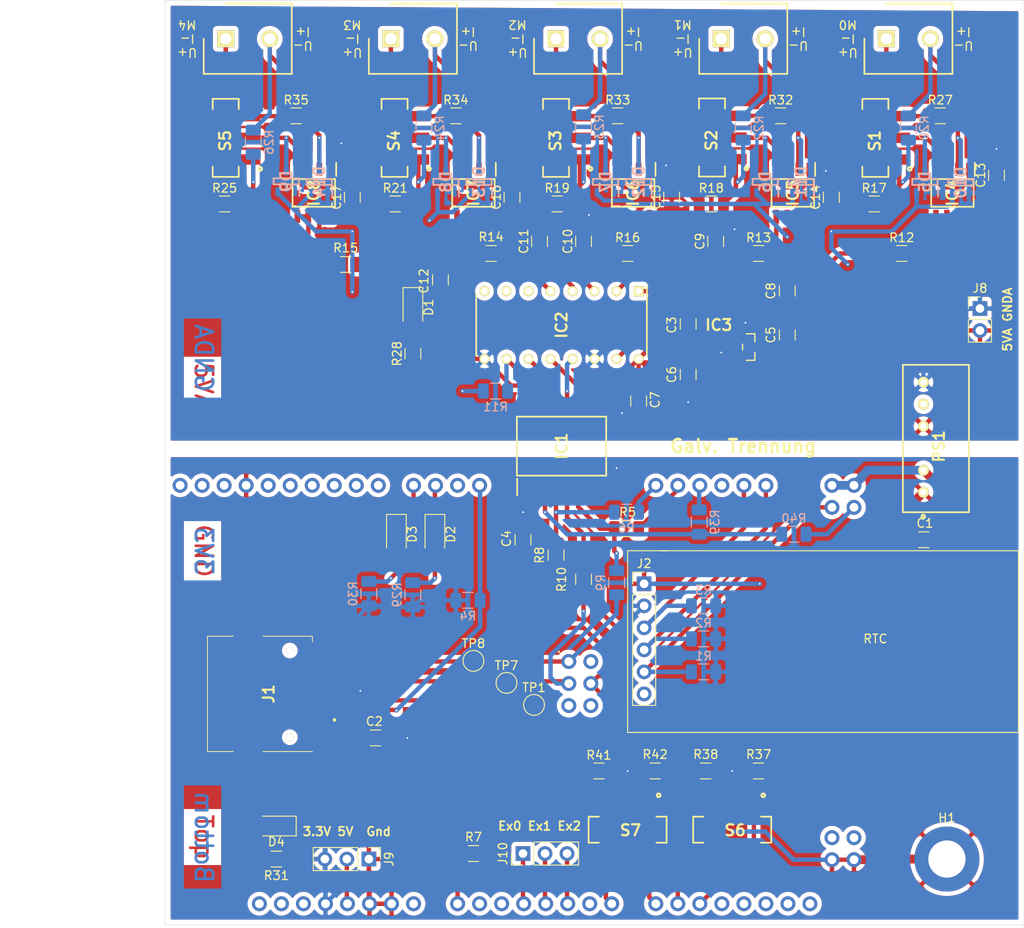
<source format=kicad_pcb>
(kicad_pcb (version 20171130) (host pcbnew "(5.1.4)-1")
  (layers (0 F.Cu signal) (31 B.Cu signal) (34 B.Paste user) (35 F.Paste user) (36 B.SilkS user) (37 F.SilkS user) (38 B.Mask user) (39 F.Mask user) (44 Edge.Cuts user))
  (net 0 "")
  (net 1 GND)
  (net 2 "Net-(J1-Pad8)")
  (net 3 /Digital/Arduino/SPI_MISO_0)
  (net 4 /Digital/Arduino/SPI_CLK_0)
  (net 5 +3V3)
  (net 6 /Digital/Arduino/SPI_MOSI_0)
  (net 7 "Net-(J1-Pad1)")
  (net 8 "Net-(XA1-PadD53)")
  (net 9 "Net-(XA1-PadD52)")
  (net 10 +5V)
  (net 11 "Net-(XA1-PadCANT)")
  (net 12 "Net-(XA1-PadCANR)")
  (net 13 "Net-(XA1-PadDAC1)")
  (net 14 "Net-(XA1-PadDAC0)")
  (net 15 "Net-(XA1-PadA11)")
  (net 16 "Net-(XA1-PadA6)")
  (net 17 "Net-(XA1-PadA2)")
  (net 18 "Net-(XA1-PadA1)")
  (net 19 "Net-(XA1-PadD11)")
  (net 20 "Net-(XA1-PadD12)")
  (net 21 "Net-(XA1-PadD13)")
  (net 22 "Net-(XA1-PadAREF)")
  (net 23 "Net-(XA1-PadSDA1)")
  (net 24 "Net-(XA1-PadSCL1)")
  (net 25 "Net-(XA1-PadD10)")
  (net 26 "Net-(XA1-PadD9)")
  (net 27 "Net-(XA1-PadD8)")
  (net 28 "Net-(XA1-PadIORF)")
  (net 29 "Net-(XA1-PadRST1)")
  (net 30 "Net-(XA1-PadVIN)")
  (net 31 "Net-(XA1-Pad5V2)")
  (net 32 "Net-(XA1-PadRST2)")
  (net 33 "Net-(PS1-Pad5)")
  (net 34 /Digital/Arduino/Int_RTC)
  (net 35 /Digital/Arduino/SCL_0)
  (net 36 /Digital/Arduino/SDA_0)
  (net 37 "Net-(R5-Pad2)")
  (net 38 "Net-(R6-Pad2)")
  (net 39 "Net-(R7-Pad2)")
  (net 40 "Net-(J2-Pad6)")
  (net 41 "Net-(IC1-Pad14)")
  (net 42 "Net-(IC1-Pad13)")
  (net 43 "Net-(IC1-Pad12)")
  (net 44 "Net-(IC1-Pad11)")
  (net 45 /Analog/Messung/SPI_MISO_AD)
  (net 46 /Analog/Messung/SPI_CS_AD)
  (net 47 /Analog/Messung/SPI_CLK_AD)
  (net 48 /Analog/Messung/SPI_MOSI_AD)
  (net 49 "Net-(IC2-Pad8)")
  (net 50 "Net-(IC2-Pad7)")
  (net 51 "Net-(IC2-Pad6)")
  (net 52 /Analog/Messung/V_REF)
  (net 53 GNDA)
  (net 54 "Net-(IC4-Pad8)")
  (net 55 "Net-(J3-Pad1)")
  (net 56 "Net-(J4-Pad1)")
  (net 57 "Net-(J5-Pad1)")
  (net 58 "Net-(J6-Pad1)")
  (net 59 "Net-(J7-Pad1)")
  (net 60 /Analog/Messung/Messung/CH_4)
  (net 61 /Analog/Messung/Messung/CH_3)
  (net 62 /Analog/Messung/Messung/CH_2)
  (net 63 /Analog/Messung/Messung/CH_1)
  (net 64 /Analog/Messung/Messung/CH_0)
  (net 65 "Net-(IC5-Pad8)")
  (net 66 "Net-(IC6-Pad8)")
  (net 67 "Net-(IC7-Pad8)")
  (net 68 "Net-(IC8-Pad8)")
  (net 69 "Net-(R18-Pad1)")
  (net 70 "Net-(R21-Pad1)")
  (net 71 "Net-(R25-Pad1)")
  (net 72 "Net-(R27-Pad1)")
  (net 73 "Net-(D1-Pad2)")
  (net 74 "Net-(D2-Pad2)")
  (net 75 "Net-(D2-Pad1)")
  (net 76 "Net-(D3-Pad2)")
  (net 77 "Net-(D3-Pad1)")
  (net 78 "Net-(D4-Pad2)")
  (net 79 /Digital/Arduino/SPI_CS_SD)
  (net 80 +5VA)
  (net 81 "Net-(R17-Pad2)")
  (net 82 "Net-(R19-Pad2)")
  (net 83 "Net-(R32-Pad1)")
  (net 84 "Net-(R33-Pad1)")
  (net 85 "Net-(R34-Pad1)")
  (net 86 "Net-(R35-Pad1)")
  (net 87 "Net-(XA1-PadD19)")
  (net 88 "Net-(D5-Pad3)")
  (net 89 "Net-(D6-Pad3)")
  (net 90 "Net-(D7-Pad3)")
  (net 91 "Net-(D8-Pad3)")
  (net 92 "Net-(D9-Pad3)")
  (net 93 "Net-(IC4-Pad5)")
  (net 94 "Net-(IC5-Pad5)")
  (net 95 "Net-(IC6-Pad5)")
  (net 96 "Net-(IC7-Pad5)")
  (net 97 "Net-(IC8-Pad5)")
  (net 98 "Net-(R17-Pad1)")
  (net 99 "Net-(R19-Pad1)")
  (net 100 "Net-(R18-Pad2)")
  (net 101 "Net-(R21-Pad2)")
  (net 102 "Net-(R25-Pad2)")
  (net 103 "Net-(XA1-PadD5)")
  (net 104 "Net-(XA1-PadGND4)")
  (net 105 "Net-(R37-Pad1)")
  (net 106 "Net-(R38-Pad1)")
  (net 107 "Net-(D10-Pad3)")
  (net 108 "Net-(D11-Pad3)")
  (net 109 "Net-(D12-Pad3)")
  (net 110 "Net-(D13-Pad3)")
  (net 111 "Net-(D14-Pad3)")
  (net 112 "Net-(R39-Pad2)")
  (net 113 "Net-(R40-Pad1)")
  (net 114 /Digital/Arduino/Pin_Ex_2)
  (net 115 /Digital/Arduino/Pin_Ex_1)
  (net 116 /Digital/Arduino/Pin_Ex_0)
  (net 117 "Net-(R41-Pad1)")
  (net 118 "Net-(R42-Pad1)")
  (net 119 "Net-(J9-Pad2)")
  (module SamacSys_Parts:JS202011SCQN (layer F.Cu) (at 148.59 129.965 180)
    (fp_text reference S7 (at -0.335 -0.068) (layer F.SilkS) (effects (font (size 1.27 1.27) (thickness 0.254))))
    (fp_text value JS202011SCQN hide)
    (pad 6 smd rect (at -2.5 -2.75 180) (size 1.2 2.5) (layers F.Cu F.Paste F.Mask) (net 118 "Net-(R42-Pad1)"))
    (pad 5 smd rect (at 0 -2.75 180) (size 1.2 2.5) (layers F.Cu F.Paste F.Mask) (net 1 GND))
    (pad 4 smd rect (at 2.5 -2.75 180) (size 1.2 2.5) (layers F.Cu F.Paste F.Mask) (net 117 "Net-(R41-Pad1)"))
    (pad 3 smd rect (at 2.5 2.75 180) (size 1.2 2.5) (layers F.Cu F.Paste F.Mask) (net 117 "Net-(R41-Pad1)"))
    (pad 2 smd rect (at 0 2.75 180) (size 1.2 2.5) (layers F.Cu F.Paste F.Mask) (net 1 GND))
    (pad 1 smd rect (at -2.5 2.75 180) (size 1.2 2.5) (layers F.Cu F.Paste F.Mask) (net 118 "Net-(R42-Pad1)"))
  )
  (module SamacSys_Parts:JS202011SCQN (layer F.Cu) (at 160.655 129.965 180)
    (fp_text reference S6 (at -0.335 -0.068) (layer F.SilkS) (effects (font (size 1.27 1.27) (thickness 0.254))))
    (fp_text value JS202011SCQN hide)
    (pad 6 smd rect (at -2.5 -2.75 180) (size 1.2 2.5) (layers F.Cu F.Paste F.Mask) (net 105 "Net-(R37-Pad1)"))
    (pad 5 smd rect (at 0 -2.75 180) (size 1.2 2.5) (layers F.Cu F.Paste F.Mask) (net 1 GND))
    (pad 4 smd rect (at 2.5 -2.75 180) (size 1.2 2.5) (layers F.Cu F.Paste F.Mask) (net 106 "Net-(R38-Pad1)"))
    (pad 3 smd rect (at 2.5 2.75 180) (size 1.2 2.5) (layers F.Cu F.Paste F.Mask) (net 106 "Net-(R38-Pad1)"))
    (pad 2 smd rect (at 0 2.75 180) (size 1.2 2.5) (layers F.Cu F.Paste F.Mask) (net 1 GND))
    (pad 1 smd rect (at -2.5 2.75 180) (size 1.2 2.5) (layers F.Cu F.Paste F.Mask) (net 105 "Net-(R37-Pad1)"))
  )
  (module SamacSys_Parts:JS202011SCQN (layer F.Cu) (at 102.235 50.165 90)
    (fp_text reference S5 (at -0.335 -0.068 90) (layer F.SilkS) (effects (font (size 1.27 1.27) (thickness 0.254))))
    (fp_text value JS202011SCQN hide)
    (pad 6 smd rect (at -2.5 -2.75 90) (size 1.2 2.5) (layers F.Cu F.Paste F.Mask) (net 71 "Net-(R25-Pad1)"))
    (pad 5 smd rect (at 0 -2.75 90) (size 1.2 2.5) (layers F.Cu F.Paste F.Mask) (net 59 "Net-(J7-Pad1)"))
    (pad 4 smd rect (at 2.5 -2.75 90) (size 1.2 2.5) (layers F.Cu F.Paste F.Mask) (net 86 "Net-(R35-Pad1)"))
    (pad 3 smd rect (at 2.5 2.75 90) (size 1.2 2.5) (layers F.Cu F.Paste F.Mask) (net 86 "Net-(R35-Pad1)"))
    (pad 2 smd rect (at 0 2.75 90) (size 1.2 2.5) (layers F.Cu F.Paste F.Mask) (net 92 "Net-(D9-Pad3)"))
    (pad 1 smd rect (at -2.5 2.75 90) (size 1.2 2.5) (layers F.Cu F.Paste F.Mask) (net 102 "Net-(R25-Pad2)"))
  )
  (module SamacSys_Parts:JS202011SCQN (layer F.Cu) (at 121.71 50.165 90)
    (fp_text reference S4 (at -0.335 -0.068 90) (layer F.SilkS) (effects (font (size 1.27 1.27) (thickness 0.254))))
    (fp_text value JS202011SCQN hide)
    (pad 6 smd rect (at -2.5 -2.75 90) (size 1.2 2.5) (layers F.Cu F.Paste F.Mask) (net 70 "Net-(R21-Pad1)"))
    (pad 5 smd rect (at 0 -2.75 90) (size 1.2 2.5) (layers F.Cu F.Paste F.Mask) (net 58 "Net-(J6-Pad1)"))
    (pad 4 smd rect (at 2.5 -2.75 90) (size 1.2 2.5) (layers F.Cu F.Paste F.Mask) (net 85 "Net-(R34-Pad1)"))
    (pad 3 smd rect (at 2.5 2.75 90) (size 1.2 2.5) (layers F.Cu F.Paste F.Mask) (net 85 "Net-(R34-Pad1)"))
    (pad 2 smd rect (at 0 2.75 90) (size 1.2 2.5) (layers F.Cu F.Paste F.Mask) (net 91 "Net-(D8-Pad3)"))
    (pad 1 smd rect (at -2.5 2.75 90) (size 1.2 2.5) (layers F.Cu F.Paste F.Mask) (net 101 "Net-(R21-Pad2)"))
  )
  (module SamacSys_Parts:JS202011SCQN (layer F.Cu) (at 140.335 50.165 90)
    (fp_text reference S3 (at -0.335 -0.068 90) (layer F.SilkS) (effects (font (size 1.27 1.27) (thickness 0.254))))
    (fp_text value JS202011SCQN hide)
    (pad 6 smd rect (at -2.5 -2.75 90) (size 1.2 2.5) (layers F.Cu F.Paste F.Mask) (net 99 "Net-(R19-Pad1)"))
    (pad 5 smd rect (at 0 -2.75 90) (size 1.2 2.5) (layers F.Cu F.Paste F.Mask) (net 56 "Net-(J4-Pad1)"))
    (pad 4 smd rect (at 2.5 -2.75 90) (size 1.2 2.5) (layers F.Cu F.Paste F.Mask) (net 84 "Net-(R33-Pad1)"))
    (pad 3 smd rect (at 2.5 2.75 90) (size 1.2 2.5) (layers F.Cu F.Paste F.Mask) (net 84 "Net-(R33-Pad1)"))
    (pad 2 smd rect (at 0 2.75 90) (size 1.2 2.5) (layers F.Cu F.Paste F.Mask) (net 90 "Net-(D7-Pad3)"))
    (pad 1 smd rect (at -2.5 2.75 90) (size 1.2 2.5) (layers F.Cu F.Paste F.Mask) (net 82 "Net-(R19-Pad2)"))
  )
  (module SamacSys_Parts:JS202011SCQN (layer F.Cu) (at 158.325 50.125 90)
    (fp_text reference S2 (at -0.335 -0.068 90) (layer F.SilkS) (effects (font (size 1.27 1.27) (thickness 0.254))))
    (fp_text value JS202011SCQN hide)
    (pad 6 smd rect (at -2.5 -2.75 90) (size 1.2 2.5) (layers F.Cu F.Paste F.Mask) (net 69 "Net-(R18-Pad1)"))
    (pad 5 smd rect (at 0 -2.75 90) (size 1.2 2.5) (layers F.Cu F.Paste F.Mask) (net 57 "Net-(J5-Pad1)"))
    (pad 4 smd rect (at 2.5 -2.75 90) (size 1.2 2.5) (layers F.Cu F.Paste F.Mask) (net 83 "Net-(R32-Pad1)"))
    (pad 3 smd rect (at 2.5 2.75 90) (size 1.2 2.5) (layers F.Cu F.Paste F.Mask) (net 83 "Net-(R32-Pad1)"))
    (pad 2 smd rect (at 0 2.75 90) (size 1.2 2.5) (layers F.Cu F.Paste F.Mask) (net 89 "Net-(D6-Pad3)"))
    (pad 1 smd rect (at -2.5 2.75 90) (size 1.2 2.5) (layers F.Cu F.Paste F.Mask) (net 100 "Net-(R18-Pad2)"))
  )
  (module SamacSys_Parts:JS202011SCQN (layer F.Cu) (at 177.165 50.165 90)
    (fp_text reference S1 (at -0.335 -0.068 90) (layer F.SilkS) (effects (font (size 1.27 1.27) (thickness 0.254))))
    (fp_text value JS202011SCQN hide)
    (pad 6 smd rect (at -2.5 -2.75 90) (size 1.2 2.5) (layers F.Cu F.Paste F.Mask) (net 98 "Net-(R17-Pad1)"))
    (pad 5 smd rect (at 0 -2.75 90) (size 1.2 2.5) (layers F.Cu F.Paste F.Mask) (net 55 "Net-(J3-Pad1)"))
    (pad 4 smd rect (at 2.5 -2.75 90) (size 1.2 2.5) (layers F.Cu F.Paste F.Mask) (net 72 "Net-(R27-Pad1)"))
    (pad 3 smd rect (at 2.5 2.75 90) (size 1.2 2.5) (layers F.Cu F.Paste F.Mask) (net 72 "Net-(R27-Pad1)"))
    (pad 2 smd rect (at 0 2.75 90) (size 1.2 2.5) (layers F.Cu F.Paste F.Mask) (net 88 "Net-(D5-Pad3)"))
    (pad 1 smd rect (at -2.5 2.75 90) (size 1.2 2.5) (layers F.Cu F.Paste F.Mask) (net 81 "Net-(R17-Pad2)"))
  )
  (module SamacSys_Parts:TMR-1-1215 (layer F.Cu) (at 180.34 93.345 90)
    (fp_text reference PS1 (at 7.602 4.156 90) (layer F.SilkS) (effects (font (size 1.27 1.27) (thickness 0.254))))
    (fp_text value TMR_1-0511 hide)
    (pad 6 thru_hole circle (at 15 2.375 180) (size 1.26 1.26) (drill 0.76) (layers *.Cu *.Mask F.SilkS) (net 53 GNDA))
    (pad 5 thru_hole circle (at 12.46 2.375 180) (size 1.26 1.26) (drill 0.76) (layers *.Cu *.Mask F.SilkS) (net 33 "Net-(PS1-Pad5)"))
    (pad 4 thru_hole circle (at 9.92 2.375 180) (size 1.26 1.26) (drill 0.76) (layers *.Cu *.Mask F.SilkS) (net 80 +5VA))
    (pad 2 thru_hole circle (at 4.84 2.375 180) (size 1.26 1.26) (drill 0.76) (layers *.Cu *.Mask F.SilkS) (net 10 +5V))
    (pad 1 thru_hole circle (at 2.3 2.375 180) (size 1.26 1.26) (drill 0.76) (layers *.Cu *.Mask F.SilkS) (net 1 GND))
  )
  (module SamacSys_Parts:HDRV2W110P0X508_1X2_1016X810X1000P (layer F.Cu) (at 102.235 38.735)
    (fp_text reference J7 (at 0 0) (layer F.SilkS) (effects (font (size 1.27 1.27) (thickness 0.254))))
    (fp_text value 1729128 hide)
    (pad 2 thru_hole circle (at 5.08 0 90) (size 1.95 1.95) (drill 1.3) (layers *.Cu *.Mask F.SilkS) (net 111 "Net-(D14-Pad3)"))
    (pad 1 thru_hole rect (at 0 0 90) (size 1.95 1.95) (drill 1.3) (layers *.Cu *.Mask F.SilkS) (net 59 "Net-(J7-Pad1)"))
  )
  (module SamacSys_Parts:HDRV2W110P0X508_1X2_1016X810X1000P (layer F.Cu) (at 121.285 38.735)
    (fp_text reference J6 (at 0 0) (layer F.SilkS) (effects (font (size 1.27 1.27) (thickness 0.254))))
    (fp_text value 1729128 hide)
    (pad 2 thru_hole circle (at 5.08 0 90) (size 1.95 1.95) (drill 1.3) (layers *.Cu *.Mask F.SilkS) (net 110 "Net-(D13-Pad3)"))
    (pad 1 thru_hole rect (at 0 0 90) (size 1.95 1.95) (drill 1.3) (layers *.Cu *.Mask F.SilkS) (net 58 "Net-(J6-Pad1)"))
  )
  (module SamacSys_Parts:HDRV2W110P0X508_1X2_1016X810X1000P (layer F.Cu) (at 159.385 38.735)
    (fp_text reference J5 (at 0 0) (layer F.SilkS) (effects (font (size 1.27 1.27) (thickness 0.254))))
    (fp_text value 1729128 hide)
    (pad 2 thru_hole circle (at 5.08 0 90) (size 1.95 1.95) (drill 1.3) (layers *.Cu *.Mask F.SilkS) (net 108 "Net-(D11-Pad3)"))
    (pad 1 thru_hole rect (at 0 0 90) (size 1.95 1.95) (drill 1.3) (layers *.Cu *.Mask F.SilkS) (net 57 "Net-(J5-Pad1)"))
  )
  (module SamacSys_Parts:HDRV2W110P0X508_1X2_1016X810X1000P (layer F.Cu) (at 140.335 38.735)
    (fp_text reference J4 (at 0 0) (layer F.SilkS) (effects (font (size 1.27 1.27) (thickness 0.254))))
    (fp_text value 1729128 hide)
    (pad 2 thru_hole circle (at 5.08 0 90) (size 1.95 1.95) (drill 1.3) (layers *.Cu *.Mask F.SilkS) (net 109 "Net-(D12-Pad3)"))
    (pad 1 thru_hole rect (at 0 0 90) (size 1.95 1.95) (drill 1.3) (layers *.Cu *.Mask F.SilkS) (net 56 "Net-(J4-Pad1)"))
  )
  (module SamacSys_Parts:HDRV2W110P0X508_1X2_1016X810X1000P (layer F.Cu) (at 178.435 38.735)
    (fp_text reference J3 (at 0 0) (layer F.SilkS) (effects (font (size 1.27 1.27) (thickness 0.254))))
    (fp_text value 1729128 hide)
    (pad 2 thru_hole circle (at 5.08 0 90) (size 1.95 1.95) (drill 1.3) (layers *.Cu *.Mask F.SilkS) (net 107 "Net-(D10-Pad3)"))
    (pad 1 thru_hole rect (at 0 0 90) (size 1.95 1.95) (drill 1.3) (layers *.Cu *.Mask F.SilkS) (net 55 "Net-(J3-Pad1)"))
  )
  (module SamacSys_Parts:112ITDARR (layer F.Cu) (at 106.68 114.3 270)
    (fp_text reference J1 (at 0 -0.5 90) (layer F.SilkS) (effects (font (size 1.27 1.27) (thickness 0.254))))
    (fp_text value 112I-TDAR-R hide)
    (pad MP2 smd rect (at 7.3 1.85 270) (size 1.2 2) (layers F.Cu F.Paste F.Mask) (net 1 GND))
    (pad MP1 smd rect (at -7.3 1.85 270) (size 1.2 2) (layers F.Cu F.Paste F.Mask) (net 1 GND))
    (pad MH2 thru_hole circle (at 5 -2.95) (size 0.8 0.8) (drill 1.6) (layers *.Cu *.Mask F.SilkS))
    (pad MH1 thru_hole circle (at -5 -2.95) (size 0.8 0.8) (drill 1.6) (layers *.Cu *.Mask F.SilkS))
    (pad 10 smd rect (at 5.35 -6.55 270) (size 0.85 2) (layers F.Cu F.Paste F.Mask) (net 1 GND))
    (pad 9 smd rect (at 4.2 -6.55 270) (size 0.85 2) (layers F.Cu F.Paste F.Mask) (net 1 GND))
    (pad 8 smd rect (at -4.75 -6.55 270) (size 0.7 2) (layers F.Cu F.Paste F.Mask) (net 2 "Net-(J1-Pad8)"))
    (pad 7 smd rect (at -3.65 -6.55 270) (size 0.7 2) (layers F.Cu F.Paste F.Mask) (net 3 /Digital/Arduino/SPI_MISO_0))
    (pad 6 smd rect (at -2.55 -6.55 270) (size 0.7 2) (layers F.Cu F.Paste F.Mask) (net 1 GND))
    (pad 5 smd rect (at -1.45 -6.55 270) (size 0.7 2) (layers F.Cu F.Paste F.Mask) (net 4 /Digital/Arduino/SPI_CLK_0))
    (pad 4 smd rect (at -0.35 -6.55 270) (size 0.7 2) (layers F.Cu F.Paste F.Mask) (net 5 +3V3))
    (pad 3 smd rect (at 0.75 -6.55 270) (size 0.7 2) (layers F.Cu F.Paste F.Mask) (net 6 /Digital/Arduino/SPI_MOSI_0))
    (pad 2 smd rect (at 1.85 -6.55 270) (size 0.7 2) (layers F.Cu F.Paste F.Mask) (net 79 /Digital/Arduino/SPI_CS_SD))
    (pad 1 smd rect (at 2.95 -6.55 270) (size 0.7 2) (layers F.Cu F.Paste F.Mask) (net 7 "Net-(J1-Pad1)"))
  )
  (module SamacSys_Parts:SOIC127P600X175-8N (layer F.Cu) (at 112.395 56.515 270)
    (fp_text reference IC8 (at 0 0 90) (layer F.SilkS) (effects (font (size 1.27 1.27) (thickness 0.254))))
    (fp_text value INA132UA hide)
    (pad 8 smd rect (at 2.712 -1.905) (size 0.65 1.525) (layers F.Cu F.Paste F.Mask) (net 68 "Net-(IC8-Pad8)"))
    (pad 7 smd rect (at 2.712 -0.635) (size 0.65 1.525) (layers F.Cu F.Paste F.Mask) (net 80 +5VA))
    (pad 6 smd rect (at 2.712 0.635) (size 0.65 1.525) (layers F.Cu F.Paste F.Mask) (net 97 "Net-(IC8-Pad5)"))
    (pad 5 smd rect (at 2.712 1.905) (size 0.65 1.525) (layers F.Cu F.Paste F.Mask) (net 97 "Net-(IC8-Pad5)"))
    (pad 4 smd rect (at -2.712 1.905) (size 0.65 1.525) (layers F.Cu F.Paste F.Mask) (net 53 GNDA))
    (pad 3 smd rect (at -2.712 0.635) (size 0.65 1.525) (layers F.Cu F.Paste F.Mask) (net 92 "Net-(D9-Pad3)"))
    (pad 2 smd rect (at -2.712 -0.635) (size 0.65 1.525) (layers F.Cu F.Paste F.Mask) (net 111 "Net-(D14-Pad3)"))
    (pad 1 smd rect (at -2.712 -1.905) (size 0.65 1.525) (layers F.Cu F.Paste F.Mask) (net 53 GNDA))
  )
  (module SamacSys_Parts:SOIC127P600X175-8N (layer F.Cu) (at 130.81 56.515 270)
    (fp_text reference IC7 (at 0 0 90) (layer F.SilkS) (effects (font (size 1.27 1.27) (thickness 0.254))))
    (fp_text value INA132UA hide)
    (pad 8 smd rect (at 2.712 -1.905) (size 0.65 1.525) (layers F.Cu F.Paste F.Mask) (net 67 "Net-(IC7-Pad8)"))
    (pad 7 smd rect (at 2.712 -0.635) (size 0.65 1.525) (layers F.Cu F.Paste F.Mask) (net 80 +5VA))
    (pad 6 smd rect (at 2.712 0.635) (size 0.65 1.525) (layers F.Cu F.Paste F.Mask) (net 96 "Net-(IC7-Pad5)"))
    (pad 5 smd rect (at 2.712 1.905) (size 0.65 1.525) (layers F.Cu F.Paste F.Mask) (net 96 "Net-(IC7-Pad5)"))
    (pad 4 smd rect (at -2.712 1.905) (size 0.65 1.525) (layers F.Cu F.Paste F.Mask) (net 53 GNDA))
    (pad 3 smd rect (at -2.712 0.635) (size 0.65 1.525) (layers F.Cu F.Paste F.Mask) (net 91 "Net-(D8-Pad3)"))
    (pad 2 smd rect (at -2.712 -0.635) (size 0.65 1.525) (layers F.Cu F.Paste F.Mask) (net 110 "Net-(D13-Pad3)"))
    (pad 1 smd rect (at -2.712 -1.905) (size 0.65 1.525) (layers F.Cu F.Paste F.Mask) (net 53 GNDA))
  )
  (module SamacSys_Parts:SOIC127P600X175-8N (layer F.Cu) (at 149.225 56.515 270)
    (fp_text reference IC6 (at 0 0 90) (layer F.SilkS) (effects (font (size 1.27 1.27) (thickness 0.254))))
    (fp_text value INA132UA hide)
    (pad 8 smd rect (at 2.712 -1.905) (size 0.65 1.525) (layers F.Cu F.Paste F.Mask) (net 66 "Net-(IC6-Pad8)"))
    (pad 7 smd rect (at 2.712 -0.635) (size 0.65 1.525) (layers F.Cu F.Paste F.Mask) (net 80 +5VA))
    (pad 6 smd rect (at 2.712 0.635) (size 0.65 1.525) (layers F.Cu F.Paste F.Mask) (net 95 "Net-(IC6-Pad5)"))
    (pad 5 smd rect (at 2.712 1.905) (size 0.65 1.525) (layers F.Cu F.Paste F.Mask) (net 95 "Net-(IC6-Pad5)"))
    (pad 4 smd rect (at -2.712 1.905) (size 0.65 1.525) (layers F.Cu F.Paste F.Mask) (net 53 GNDA))
    (pad 3 smd rect (at -2.712 0.635) (size 0.65 1.525) (layers F.Cu F.Paste F.Mask) (net 90 "Net-(D7-Pad3)"))
    (pad 2 smd rect (at -2.712 -0.635) (size 0.65 1.525) (layers F.Cu F.Paste F.Mask) (net 109 "Net-(D12-Pad3)"))
    (pad 1 smd rect (at -2.712 -1.905) (size 0.65 1.525) (layers F.Cu F.Paste F.Mask) (net 53 GNDA))
  )
  (module SamacSys_Parts:SOIC127P600X175-8N (layer F.Cu) (at 167.64 56.515 270)
    (fp_text reference IC5 (at 0 0 90) (layer F.SilkS) (effects (font (size 1.27 1.27) (thickness 0.254))))
    (fp_text value INA132UA hide)
    (pad 8 smd rect (at 2.712 -1.905) (size 0.65 1.525) (layers F.Cu F.Paste F.Mask) (net 65 "Net-(IC5-Pad8)"))
    (pad 7 smd rect (at 2.712 -0.635) (size 0.65 1.525) (layers F.Cu F.Paste F.Mask) (net 80 +5VA))
    (pad 6 smd rect (at 2.712 0.635) (size 0.65 1.525) (layers F.Cu F.Paste F.Mask) (net 94 "Net-(IC5-Pad5)"))
    (pad 5 smd rect (at 2.712 1.905) (size 0.65 1.525) (layers F.Cu F.Paste F.Mask) (net 94 "Net-(IC5-Pad5)"))
    (pad 4 smd rect (at -2.712 1.905) (size 0.65 1.525) (layers F.Cu F.Paste F.Mask) (net 53 GNDA))
    (pad 3 smd rect (at -2.712 0.635) (size 0.65 1.525) (layers F.Cu F.Paste F.Mask) (net 89 "Net-(D6-Pad3)"))
    (pad 2 smd rect (at -2.712 -0.635) (size 0.65 1.525) (layers F.Cu F.Paste F.Mask) (net 108 "Net-(D11-Pad3)"))
    (pad 1 smd rect (at -2.712 -1.905) (size 0.65 1.525) (layers F.Cu F.Paste F.Mask) (net 53 GNDA))
  )
  (module SamacSys_Parts:SOIC127P600X175-8N (layer F.Cu) (at 186.055 56.515 270)
    (fp_text reference IC4 (at 0 0 90) (layer F.SilkS) (effects (font (size 1.27 1.27) (thickness 0.254))))
    (fp_text value INA132UA hide)
    (pad 8 smd rect (at 2.712 -1.905) (size 0.65 1.525) (layers F.Cu F.Paste F.Mask) (net 54 "Net-(IC4-Pad8)"))
    (pad 7 smd rect (at 2.712 -0.635) (size 0.65 1.525) (layers F.Cu F.Paste F.Mask) (net 80 +5VA))
    (pad 6 smd rect (at 2.712 0.635) (size 0.65 1.525) (layers F.Cu F.Paste F.Mask) (net 93 "Net-(IC4-Pad5)"))
    (pad 5 smd rect (at 2.712 1.905) (size 0.65 1.525) (layers F.Cu F.Paste F.Mask) (net 93 "Net-(IC4-Pad5)"))
    (pad 4 smd rect (at -2.712 1.905) (size 0.65 1.525) (layers F.Cu F.Paste F.Mask) (net 53 GNDA))
    (pad 3 smd rect (at -2.712 0.635) (size 0.65 1.525) (layers F.Cu F.Paste F.Mask) (net 88 "Net-(D5-Pad3)"))
    (pad 2 smd rect (at -2.712 -0.635) (size 0.65 1.525) (layers F.Cu F.Paste F.Mask) (net 107 "Net-(D10-Pad3)"))
    (pad 1 smd rect (at -2.712 -1.905) (size 0.65 1.525) (layers F.Cu F.Paste F.Mask) (net 53 GNDA))
  )
  (module SamacSys_Parts:SOT95P264X112-3N (layer F.Cu) (at 162.56 74.295)
    (fp_text reference IC3 (at -3.4544 -2.54) (layer F.SilkS) (effects (font (size 1.27 1.27) (thickness 0.254))))
    (fp_text value AD1584BRTZ-REEL7 hide)
    (pad 3 smd rect (at 1.0922 0 90) (size 0.5588 1.3208) (layers F.Cu F.Paste F.Mask) (net 80 +5VA))
    (pad 2 smd rect (at -1.0922 0.9398 90) (size 0.5588 1.3208) (layers F.Cu F.Paste F.Mask) (net 53 GNDA))
    (pad 1 smd rect (at -1.0922 -0.9398 90) (size 0.5588 1.3208) (layers F.Cu F.Paste F.Mask) (net 52 /Analog/Messung/V_REF))
  )
  (module SamacSys_Parts:DIP781W56P254L1918H533Q16N (layer F.Cu) (at 140.97 71.755 270)
    (fp_text reference IC2 (at 0 0 90) (layer F.SilkS) (effects (font (size 1.27 1.27) (thickness 0.254))))
    (fp_text value MCP3208-BI_P hide)
    (pad 16 thru_hole circle (at 3.905 -8.89) (size 1.159 1.159) (drill 0.759) (layers *.Cu *.Mask F.SilkS) (net 80 +5VA))
    (pad 15 thru_hole circle (at 3.905 -6.35) (size 1.159 1.159) (drill 0.759) (layers *.Cu *.Mask F.SilkS) (net 52 /Analog/Messung/V_REF))
    (pad 14 thru_hole circle (at 3.905 -3.81) (size 1.159 1.159) (drill 0.759) (layers *.Cu *.Mask F.SilkS) (net 53 GNDA))
    (pad 13 thru_hole circle (at 3.905 -1.27) (size 1.159 1.159) (drill 0.759) (layers *.Cu *.Mask F.SilkS) (net 43 "Net-(IC1-Pad12)"))
    (pad 12 thru_hole circle (at 3.905 1.27) (size 1.159 1.159) (drill 0.759) (layers *.Cu *.Mask F.SilkS) (net 44 "Net-(IC1-Pad11)"))
    (pad 11 thru_hole circle (at 3.905 3.81) (size 1.159 1.159) (drill 0.759) (layers *.Cu *.Mask F.SilkS) (net 42 "Net-(IC1-Pad13)"))
    (pad 10 thru_hole circle (at 3.905 6.35) (size 1.159 1.159) (drill 0.759) (layers *.Cu *.Mask F.SilkS) (net 41 "Net-(IC1-Pad14)"))
    (pad 9 thru_hole circle (at 3.905 8.89) (size 1.159 1.159) (drill 0.759) (layers *.Cu *.Mask F.SilkS) (net 53 GNDA))
    (pad 8 thru_hole circle (at -3.905 8.89) (size 1.159 1.159) (drill 0.759) (layers *.Cu *.Mask F.SilkS) (net 49 "Net-(IC2-Pad8)"))
    (pad 7 thru_hole circle (at -3.905 6.35) (size 1.159 1.159) (drill 0.759) (layers *.Cu *.Mask F.SilkS) (net 50 "Net-(IC2-Pad7)"))
    (pad 6 thru_hole circle (at -3.905 3.81) (size 1.159 1.159) (drill 0.759) (layers *.Cu *.Mask F.SilkS) (net 51 "Net-(IC2-Pad6)"))
    (pad 5 thru_hole circle (at -3.905 1.27) (size 1.159 1.159) (drill 0.759) (layers *.Cu *.Mask F.SilkS) (net 60 /Analog/Messung/Messung/CH_4))
    (pad 4 thru_hole circle (at -3.905 -1.27) (size 1.159 1.159) (drill 0.759) (layers *.Cu *.Mask F.SilkS) (net 61 /Analog/Messung/Messung/CH_3))
    (pad 3 thru_hole circle (at -3.905 -3.81) (size 1.159 1.159) (drill 0.759) (layers *.Cu *.Mask F.SilkS) (net 62 /Analog/Messung/Messung/CH_2))
    (pad 2 thru_hole circle (at -3.905 -6.35) (size 1.159 1.159) (drill 0.759) (layers *.Cu *.Mask F.SilkS) (net 63 /Analog/Messung/Messung/CH_1))
    (pad 1 thru_hole rect (at -3.905 -8.89) (size 1.159 1.159) (drill 0.759) (layers *.Cu *.Mask F.SilkS) (net 64 /Analog/Messung/Messung/CH_0))
  )
  (module SamacSys_Parts:SOIC127P1032X265-16N (layer F.Cu) (at 140.97 85.725 90)
    (fp_text reference IC1 (at 0 0 90) (layer F.SilkS) (effects (font (size 1.27 1.27) (thickness 0.254))))
    (fp_text value ADUM1401BRWZ-RL hide)
    (pad 16 smd rect (at 4.712 -4.445 180) (size 0.65 1.925) (layers F.Cu F.Paste F.Mask) (net 80 +5VA))
    (pad 15 smd rect (at 4.712 -3.175 180) (size 0.65 1.925) (layers F.Cu F.Paste F.Mask) (net 53 GNDA))
    (pad 14 smd rect (at 4.712 -1.905 180) (size 0.65 1.925) (layers F.Cu F.Paste F.Mask) (net 41 "Net-(IC1-Pad14)"))
    (pad 13 smd rect (at 4.712 -0.635 180) (size 0.65 1.925) (layers F.Cu F.Paste F.Mask) (net 42 "Net-(IC1-Pad13)"))
    (pad 12 smd rect (at 4.712 0.635 180) (size 0.65 1.925) (layers F.Cu F.Paste F.Mask) (net 43 "Net-(IC1-Pad12)"))
    (pad 11 smd rect (at 4.712 1.905 180) (size 0.65 1.925) (layers F.Cu F.Paste F.Mask) (net 44 "Net-(IC1-Pad11)"))
    (pad 10 smd rect (at 4.712 3.175 180) (size 0.65 1.925) (layers F.Cu F.Paste F.Mask) (net 80 +5VA))
    (pad 9 smd rect (at 4.712 4.445 180) (size 0.65 1.925) (layers F.Cu F.Paste F.Mask) (net 53 GNDA))
    (pad 8 smd rect (at -4.712 4.445 180) (size 0.65 1.925) (layers F.Cu F.Paste F.Mask) (net 1 GND))
    (pad 7 smd rect (at -4.712 3.175 180) (size 0.65 1.925) (layers F.Cu F.Paste F.Mask) (net 5 +3V3))
    (pad 6 smd rect (at -4.712 1.905 180) (size 0.65 1.925) (layers F.Cu F.Paste F.Mask) (net 45 /Analog/Messung/SPI_MISO_AD))
    (pad 5 smd rect (at -4.712 0.635 180) (size 0.65 1.925) (layers F.Cu F.Paste F.Mask) (net 47 /Analog/Messung/SPI_CLK_AD))
    (pad 4 smd rect (at -4.712 -0.635 180) (size 0.65 1.925) (layers F.Cu F.Paste F.Mask) (net 48 /Analog/Messung/SPI_MOSI_AD))
    (pad 3 smd rect (at -4.712 -1.905 180) (size 0.65 1.925) (layers F.Cu F.Paste F.Mask) (net 46 /Analog/Messung/SPI_CS_AD))
    (pad 2 smd rect (at -4.712 -3.175 180) (size 0.65 1.925) (layers F.Cu F.Paste F.Mask) (net 1 GND))
    (pad 1 smd rect (at -4.712 -4.445 180) (size 0.65 1.925) (layers F.Cu F.Paste F.Mask) (net 5 +3V3))
  )
  (module SamacSys_Parts:SOT96P237X111-3N (layer B.Cu) (at 113.03 55.245 90)
    (fp_text reference D14 (at 0 0 90) (layer B.SilkS) (effects (font (size 1.27 1.27) (thickness 0.254)) (justify mirror)))
    (fp_text value BAV199LT1G hide)
    (pad 3 smd rect (at 1.2 0) (size 0.6 1) (layers B.Cu B.Paste B.Mask) (net 111 "Net-(D14-Pad3)"))
    (pad 2 smd rect (at -1.2 -0.955) (size 0.6 1) (layers B.Cu B.Paste B.Mask) (net 80 +5VA))
    (pad 1 smd rect (at -1.2 0.955) (size 0.6 1) (layers B.Cu B.Paste B.Mask) (net 53 GNDA))
  )
  (module SamacSys_Parts:SOT96P237X111-3N (layer B.Cu) (at 131.445 55.245 90)
    (fp_text reference D13 (at 0 0 90) (layer B.SilkS) (effects (font (size 1.27 1.27) (thickness 0.254)) (justify mirror)))
    (fp_text value BAV199LT1G hide)
    (pad 3 smd rect (at 1.2 0) (size 0.6 1) (layers B.Cu B.Paste B.Mask) (net 110 "Net-(D13-Pad3)"))
    (pad 2 smd rect (at -1.2 -0.955) (size 0.6 1) (layers B.Cu B.Paste B.Mask) (net 80 +5VA))
    (pad 1 smd rect (at -1.2 0.955) (size 0.6 1) (layers B.Cu B.Paste B.Mask) (net 53 GNDA))
  )
  (module SamacSys_Parts:SOT96P237X111-3N (layer B.Cu) (at 149.86 55.245 90)
    (fp_text reference D12 (at 0 0 90) (layer B.SilkS) (effects (font (size 1.27 1.27) (thickness 0.254)) (justify mirror)))
    (fp_text value BAV199LT1G hide)
    (pad 3 smd rect (at 1.2 0) (size 0.6 1) (layers B.Cu B.Paste B.Mask) (net 109 "Net-(D12-Pad3)"))
    (pad 2 smd rect (at -1.2 -0.955) (size 0.6 1) (layers B.Cu B.Paste B.Mask) (net 80 +5VA))
    (pad 1 smd rect (at -1.2 0.955) (size 0.6 1) (layers B.Cu B.Paste B.Mask) (net 53 GNDA))
  )
  (module SamacSys_Parts:SOT96P237X111-3N (layer B.Cu) (at 168.59 55.245 90)
    (fp_text reference D11 (at 0 0 90) (layer B.SilkS) (effects (font (size 1.27 1.27) (thickness 0.254)) (justify mirror)))
    (fp_text value BAV199LT1G hide)
    (pad 3 smd rect (at 1.2 0) (size 0.6 1) (layers B.Cu B.Paste B.Mask) (net 108 "Net-(D11-Pad3)"))
    (pad 2 smd rect (at -1.2 -0.955) (size 0.6 1) (layers B.Cu B.Paste B.Mask) (net 80 +5VA))
    (pad 1 smd rect (at -1.2 0.955) (size 0.6 1) (layers B.Cu B.Paste B.Mask) (net 53 GNDA))
  )
  (module SamacSys_Parts:SOT96P237X111-3N (layer B.Cu) (at 187.01 55.315 90)
    (fp_text reference D10 (at 0 0 90) (layer B.SilkS) (effects (font (size 1.27 1.27) (thickness 0.254)) (justify mirror)))
    (fp_text value BAV199LT1G hide)
    (pad 3 smd rect (at 1.2 0) (size 0.6 1) (layers B.Cu B.Paste B.Mask) (net 107 "Net-(D10-Pad3)"))
    (pad 2 smd rect (at -1.2 -0.955) (size 0.6 1) (layers B.Cu B.Paste B.Mask) (net 80 +5VA))
    (pad 1 smd rect (at -1.2 0.955) (size 0.6 1) (layers B.Cu B.Paste B.Mask) (net 53 GNDA))
  )
  (module SamacSys_Parts:SOT96P237X111-3N (layer B.Cu) (at 109.22 55.175 90)
    (fp_text reference D9 (at 0 0 90) (layer B.SilkS) (effects (font (size 1.27 1.27) (thickness 0.254)) (justify mirror)))
    (fp_text value BAV199LT1G hide)
    (pad 3 smd rect (at 1.2 0) (size 0.6 1) (layers B.Cu B.Paste B.Mask) (net 92 "Net-(D9-Pad3)"))
    (pad 2 smd rect (at -1.2 -0.955) (size 0.6 1) (layers B.Cu B.Paste B.Mask) (net 80 +5VA))
    (pad 1 smd rect (at -1.2 0.955) (size 0.6 1) (layers B.Cu B.Paste B.Mask) (net 53 GNDA))
  )
  (module SamacSys_Parts:SOT96P237X111-3N (layer B.Cu) (at 127.635 55.245 90)
    (fp_text reference D8 (at 0 0 90) (layer B.SilkS) (effects (font (size 1.27 1.27) (thickness 0.254)) (justify mirror)))
    (fp_text value BAV199LT1G hide)
    (pad 3 smd rect (at 1.2 0) (size 0.6 1) (layers B.Cu B.Paste B.Mask) (net 91 "Net-(D8-Pad3)"))
    (pad 2 smd rect (at -1.2 -0.955) (size 0.6 1) (layers B.Cu B.Paste B.Mask) (net 80 +5VA))
    (pad 1 smd rect (at -1.2 0.955) (size 0.6 1) (layers B.Cu B.Paste B.Mask) (net 53 GNDA))
  )
  (module SamacSys_Parts:SOT96P237X111-3N (layer B.Cu) (at 146.05 55.245 90)
    (fp_text reference D7 (at 0 0 90) (layer B.SilkS) (effects (font (size 1.27 1.27) (thickness 0.254)) (justify mirror)))
    (fp_text value BAV199LT1G hide)
    (pad 3 smd rect (at 1.2 0) (size 0.6 1) (layers B.Cu B.Paste B.Mask) (net 90 "Net-(D7-Pad3)"))
    (pad 2 smd rect (at -1.2 -0.955) (size 0.6 1) (layers B.Cu B.Paste B.Mask) (net 80 +5VA))
    (pad 1 smd rect (at -1.2 0.955) (size 0.6 1) (layers B.Cu B.Paste B.Mask) (net 53 GNDA))
  )
  (module SamacSys_Parts:SOT96P237X111-3N (layer B.Cu) (at 164.465 55.245 90)
    (fp_text reference D6 (at 0 0 90) (layer B.SilkS) (effects (font (size 1.27 1.27) (thickness 0.254)) (justify mirror)))
    (fp_text value BAV199LT1G hide)
    (pad 3 smd rect (at 1.2 0) (size 0.6 1) (layers B.Cu B.Paste B.Mask) (net 89 "Net-(D6-Pad3)"))
    (pad 2 smd rect (at -1.2 -0.955) (size 0.6 1) (layers B.Cu B.Paste B.Mask) (net 80 +5VA))
    (pad 1 smd rect (at -1.2 0.955) (size 0.6 1) (layers B.Cu B.Paste B.Mask) (net 53 GNDA))
  )
  (module SamacSys_Parts:SOT96P237X111-3N (layer B.Cu) (at 182.88 55.245 90)
    (fp_text reference D5 (at 0 0 90) (layer B.SilkS) (effects (font (size 1.27 1.27) (thickness 0.254)) (justify mirror)))
    (fp_text value BAV199LT1G hide)
    (pad 3 smd rect (at 1.2 0) (size 0.6 1) (layers B.Cu B.Paste B.Mask) (net 88 "Net-(D5-Pad3)"))
    (pad 2 smd rect (at -1.2 -0.955) (size 0.6 1) (layers B.Cu B.Paste B.Mask) (net 80 +5VA))
    (pad 1 smd rect (at -1.2 0.955) (size 0.6 1) (layers B.Cu B.Paste B.Mask) (net 53 GNDA))
  )
  (module Connector_PinHeader_2.54mm:PinHeader_1x03_P2.54mm_Vertical (layer F.Cu) (at 136.525 132.715 90)
    (fp_text reference J10 (at 0 -2.33 90) (layer F.SilkS))
    (fp_text value Conn_01x03)
    (pad 3 thru_hole oval (at 0 5.08 90) (size 1.7 1.7) (drill 1) (layers *.Cu *.Mask) (net 114 /Digital/Arduino/Pin_Ex_2))
    (pad 2 thru_hole oval (at 0 2.54 90) (size 1.7 1.7) (drill 1) (layers *.Cu *.Mask) (net 115 /Digital/Arduino/Pin_Ex_1))
    (pad 1 thru_hole rect (at 0 0 90) (size 1.7 1.7) (drill 1) (layers *.Cu *.Mask) (net 116 /Digital/Arduino/Pin_Ex_0))
  )
  (module Connector_PinHeader_2.54mm:PinHeader_1x03_P2.54mm_Vertical (layer F.Cu) (at 118.745 133.35 270)
    (fp_text reference J9 (at 0 -2.33 90) (layer F.SilkS))
    (fp_text value Conn_01x03)
    (pad 3 thru_hole oval (at 0 5.08 270) (size 1.7 1.7) (drill 1) (layers *.Cu *.Mask) (net 5 +3V3))
    (pad 2 thru_hole oval (at 0 2.54 270) (size 1.7 1.7) (drill 1) (layers *.Cu *.Mask) (net 119 "Net-(J9-Pad2)"))
    (pad 1 thru_hole rect (at 0 0 270) (size 1.7 1.7) (drill 1) (layers *.Cu *.Mask) (net 1 GND))
  )
  (module Resistor_SMD:R_1206_3216Metric (layer F.Cu) (at 151.765 123.19 180)
    (fp_text reference R42 (at 0 1.905) (layer F.SilkS))
    (fp_text value 10k)
    (pad 2 smd roundrect (at 1.4 0 180) (size 1.25 1.75) (layers F.Cu F.Paste F.Mask) (roundrect_rratio 0.2) (net 5 +3V3))
    (pad 1 smd roundrect (at -1.4 0 180) (size 1.25 1.75) (layers F.Cu F.Paste F.Mask) (roundrect_rratio 0.2) (net 118 "Net-(R42-Pad1)"))
  )
  (module Resistor_SMD:R_1206_3216Metric (layer F.Cu) (at 145.285 123.19)
    (fp_text reference R41 (at 0 -1.82) (layer F.SilkS))
    (fp_text value 10k)
    (pad 2 smd roundrect (at 1.4 0) (size 1.25 1.75) (layers F.Cu F.Paste F.Mask) (roundrect_rratio 0.2) (net 5 +3V3))
    (pad 1 smd roundrect (at -1.4 0) (size 1.25 1.75) (layers F.Cu F.Paste F.Mask) (roundrect_rratio 0.2) (net 117 "Net-(R41-Pad1)"))
  )
  (module MountingHole:MountingHole_4.3mm_M4_DIN965_Pad (layer F.Cu) (at 185.42 133.35)
    (fp_text reference H1 (at 0 -4.75) (layer F.SilkS))
    (fp_text value MountingHole_Pad)
    (pad 1 thru_hole circle (at 0 0) (size 7.5 7.5) (drill 4.3) (layers *.Cu *.Mask) (net 1 GND))
  )
  (module LED_SMD:LED_1206_3216Metric (layer F.Cu) (at 108.08 129.54 180)
    (fp_text reference D4 (at 0 -1.82) (layer F.SilkS))
    (fp_text value LED_Green)
    (pad 2 smd roundrect (at 1.4 0 180) (size 1.25 1.75) (layers F.Cu F.Paste F.Mask) (roundrect_rratio 0.2) (net 78 "Net-(D4-Pad2)"))
    (pad 1 smd roundrect (at -1.4 0 180) (size 1.25 1.75) (layers F.Cu F.Paste F.Mask) (roundrect_rratio 0.2) (net 1 GND))
  )
  (module LED_SMD:LED_1206_3216Metric (layer F.Cu) (at 121.92 95.885 270)
    (fp_text reference D3 (at 0 -1.82 90) (layer F.SilkS))
    (fp_text value LED_RED)
    (pad 2 smd roundrect (at 1.4 0 270) (size 1.25 1.75) (layers F.Cu F.Paste F.Mask) (roundrect_rratio 0.2) (net 76 "Net-(D3-Pad2)"))
    (pad 1 smd roundrect (at -1.4 0 270) (size 1.25 1.75) (layers F.Cu F.Paste F.Mask) (roundrect_rratio 0.2) (net 77 "Net-(D3-Pad1)"))
  )
  (module LED_SMD:LED_1206_3216Metric (layer F.Cu) (at 126.365 95.885 270)
    (fp_text reference D2 (at 0 -1.82 90) (layer F.SilkS))
    (fp_text value LED_Yellow)
    (pad 2 smd roundrect (at 1.4 0 270) (size 1.25 1.75) (layers F.Cu F.Paste F.Mask) (roundrect_rratio 0.2) (net 74 "Net-(D2-Pad2)"))
    (pad 1 smd roundrect (at -1.4 0 270) (size 1.25 1.75) (layers F.Cu F.Paste F.Mask) (roundrect_rratio 0.2) (net 75 "Net-(D2-Pad1)"))
  )
  (module LED_SMD:LED_1206_3216Metric (layer F.Cu) (at 123.825 69.72 270)
    (fp_text reference D1 (at 0 -1.82 90) (layer F.SilkS))
    (fp_text value LED_RED)
    (pad 2 smd roundrect (at 1.4 0 270) (size 1.25 1.75) (layers F.Cu F.Paste F.Mask) (roundrect_rratio 0.2) (net 73 "Net-(D1-Pad2)"))
    (pad 1 smd roundrect (at -1.4 0 270) (size 1.25 1.75) (layers F.Cu F.Paste F.Mask) (roundrect_rratio 0.2) (net 53 GNDA))
  )
  (module Resistor_SMD:R_1206_3216Metric (layer B.Cu) (at 167.77 95.885 180)
    (fp_text reference R40 (at 0 1.82) (layer B.SilkS) (effects (justify mirror)))
    (fp_text value 0R)
    (pad 2 smd roundrect (at 1.4 0 180) (size 1.25 1.75) (layers B.Cu B.Paste B.Mask) (roundrect_rratio 0.2) (net 46 /Analog/Messung/SPI_CS_AD))
    (pad 1 smd roundrect (at -1.4 0 180) (size 1.25 1.75) (layers B.Cu B.Paste B.Mask) (roundrect_rratio 0.2) (net 113 "Net-(R40-Pad1)"))
  )
  (module Resistor_SMD:R_1206_3216Metric (layer B.Cu) (at 156.845 94.485 90)
    (fp_text reference R39 (at 0 1.82 270) (layer B.SilkS) (effects (justify mirror)))
    (fp_text value NB)
    (pad 2 smd roundrect (at 1.4 0 90) (size 1.25 1.75) (layers B.Cu B.Paste B.Mask) (roundrect_rratio 0.2) (net 112 "Net-(R39-Pad2)"))
    (pad 1 smd roundrect (at -1.4 0 90) (size 1.25 1.75) (layers B.Cu B.Paste B.Mask) (roundrect_rratio 0.2) (net 46 /Analog/Messung/SPI_CS_AD))
  )
  (module Arduino:Arduino_Due_Shield_MA_v2 (layer F.Cu) (at 78.180001 141.045001)
    (fp_text reference XA1 hide)
    (fp_text value Arduino_Due_Shield_MA hide)
    (fp_text user . (at 62.484 -32.004) (layer F.SilkS))
    (pad MISO thru_hole oval (at 63.627 -30.48) (size 1.7272 1.7272) (drill 1.016) (layers *.Cu *.Mask) (net 3 /Digital/Arduino/SPI_MISO_0))
    (pad GND6 thru_hole oval (at 96.52 -7.62) (size 1.7272 1.7272) (drill 1.016) (layers *.Cu *.Mask) (net 1 GND))
    (pad GND5 thru_hole oval (at 93.98 -7.62) (size 1.7272 1.7272) (drill 1.016) (layers *.Cu *.Mask) (net 1 GND))
    (pad D53 thru_hole oval (at 96.52 -10.16) (size 1.7272 1.7272) (drill 1.016) (layers *.Cu *.Mask) (net 8 "Net-(XA1-PadD53)"))
    (pad D52 thru_hole oval (at 93.98 -10.16) (size 1.7272 1.7272) (drill 1.016) (layers *.Cu *.Mask) (net 9 "Net-(XA1-PadD52)"))
    (pad D23 thru_hole oval (at 96.52 -48.26) (size 1.7272 1.7272) (drill 1.016) (layers *.Cu *.Mask) (net 113 "Net-(R40-Pad1)"))
    (pad D22 thru_hole oval (at 93.98 -48.26) (size 1.7272 1.7272) (drill 1.016) (layers *.Cu *.Mask) (net 34 /Digital/Arduino/Int_RTC))
    (pad 5V4 thru_hole oval (at 96.52 -50.8) (size 1.7272 1.7272) (drill 1.016) (layers *.Cu *.Mask) (net 10 +5V))
    (pad 5V3 thru_hole oval (at 93.98 -50.8) (size 1.7272 1.7272) (drill 1.016) (layers *.Cu *.Mask) (net 10 +5V))
    (pad CANT thru_hole oval (at 91.44 -2.54) (size 1.7272 1.7272) (drill 1.016) (layers *.Cu *.Mask) (net 11 "Net-(XA1-PadCANT)"))
    (pad CANR thru_hole oval (at 88.9 -2.54) (size 1.7272 1.7272) (drill 1.016) (layers *.Cu *.Mask) (net 12 "Net-(XA1-PadCANR)"))
    (pad DAC1 thru_hole oval (at 86.36 -2.54) (size 1.7272 1.7272) (drill 1.016) (layers *.Cu *.Mask) (net 13 "Net-(XA1-PadDAC1)"))
    (pad DAC0 thru_hole oval (at 83.82 -2.54) (size 1.7272 1.7272) (drill 1.016) (layers *.Cu *.Mask) (net 14 "Net-(XA1-PadDAC0)"))
    (pad A11 thru_hole oval (at 81.28 -2.54) (size 1.7272 1.7272) (drill 1.016) (layers *.Cu *.Mask) (net 15 "Net-(XA1-PadA11)"))
    (pad A10 thru_hole oval (at 78.74 -2.54) (size 1.7272 1.7272) (drill 1.016) (layers *.Cu *.Mask) (net 105 "Net-(R37-Pad1)"))
    (pad A9 thru_hole oval (at 76.2 -2.54) (size 1.7272 1.7272) (drill 1.016) (layers *.Cu *.Mask) (net 106 "Net-(R38-Pad1)"))
    (pad A8 thru_hole oval (at 73.66 -2.54) (size 1.7272 1.7272) (drill 1.016) (layers *.Cu *.Mask) (net 118 "Net-(R42-Pad1)"))
    (pad A7 thru_hole oval (at 68.58 -2.54) (size 1.7272 1.7272) (drill 1.016) (layers *.Cu *.Mask) (net 117 "Net-(R41-Pad1)"))
    (pad A6 thru_hole oval (at 66.04 -2.54) (size 1.7272 1.7272) (drill 1.016) (layers *.Cu *.Mask) (net 16 "Net-(XA1-PadA6)"))
    (pad A5 thru_hole oval (at 63.5 -2.54) (size 1.7272 1.7272) (drill 1.016) (layers *.Cu *.Mask) (net 114 /Digital/Arduino/Pin_Ex_2))
    (pad A4 thru_hole oval (at 60.96 -2.54) (size 1.7272 1.7272) (drill 1.016) (layers *.Cu *.Mask) (net 115 /Digital/Arduino/Pin_Ex_1))
    (pad A3 thru_hole oval (at 58.42 -2.54) (size 1.7272 1.7272) (drill 1.016) (layers *.Cu *.Mask) (net 116 /Digital/Arduino/Pin_Ex_0))
    (pad A2 thru_hole oval (at 55.88 -2.54) (size 1.7272 1.7272) (drill 1.016) (layers *.Cu *.Mask) (net 17 "Net-(XA1-PadA2)"))
    (pad A1 thru_hole oval (at 53.34 -2.54) (size 1.7272 1.7272) (drill 1.016) (layers *.Cu *.Mask) (net 18 "Net-(XA1-PadA1)"))
    (pad "" thru_hole oval (at 27.94 -2.54) (size 1.7272 1.7272) (drill 1.016) (layers *.Cu *.Mask))
    (pad D11 thru_hole oval (at 34.036 -50.8) (size 1.7272 1.7272) (drill 1.016) (layers *.Cu *.Mask) (net 19 "Net-(XA1-PadD11)"))
    (pad D12 thru_hole oval (at 31.496 -50.8) (size 1.7272 1.7272) (drill 1.016) (layers *.Cu *.Mask) (net 20 "Net-(XA1-PadD12)"))
    (pad D13 thru_hole oval (at 28.956 -50.8) (size 1.7272 1.7272) (drill 1.016) (layers *.Cu *.Mask) (net 21 "Net-(XA1-PadD13)"))
    (pad AREF thru_hole oval (at 23.876 -50.8) (size 1.7272 1.7272) (drill 1.016) (layers *.Cu *.Mask) (net 22 "Net-(XA1-PadAREF)"))
    (pad SDA1 thru_hole oval (at 21.336 -50.8) (size 1.7272 1.7272) (drill 1.016) (layers *.Cu *.Mask) (net 23 "Net-(XA1-PadSDA1)"))
    (pad SCL1 thru_hole oval (at 18.796 -50.8) (size 1.7272 1.7272) (drill 1.016) (layers *.Cu *.Mask) (net 24 "Net-(XA1-PadSCL1)"))
    (pad D10 thru_hole oval (at 36.576 -50.8) (size 1.7272 1.7272) (drill 1.016) (layers *.Cu *.Mask) (net 25 "Net-(XA1-PadD10)"))
    (pad D9 thru_hole oval (at 39.116 -50.8) (size 1.7272 1.7272) (drill 1.016) (layers *.Cu *.Mask) (net 26 "Net-(XA1-PadD9)"))
    (pad D8 thru_hole oval (at 41.656 -50.8) (size 1.7272 1.7272) (drill 1.016) (layers *.Cu *.Mask) (net 27 "Net-(XA1-PadD8)"))
    (pad GND1 thru_hole oval (at 26.416 -50.8) (size 1.7272 1.7272) (drill 1.016) (layers *.Cu *.Mask) (net 1 GND))
    (pad D7 thru_hole oval (at 45.72 -50.8) (size 1.7272 1.7272) (drill 1.016) (layers *.Cu *.Mask) (net 77 "Net-(D3-Pad1)"))
    (pad D6 thru_hole oval (at 48.26 -50.8) (size 1.7272 1.7272) (drill 1.016) (layers *.Cu *.Mask) (net 75 "Net-(D2-Pad1)"))
    (pad D5 thru_hole oval (at 50.8 -50.8) (size 1.7272 1.7272) (drill 1.016) (layers *.Cu *.Mask) (net 103 "Net-(XA1-PadD5)"))
    (pad D4 thru_hole oval (at 53.34 -50.8) (size 1.7272 1.7272) (drill 1.016) (layers *.Cu *.Mask) (net 79 /Digital/Arduino/SPI_CS_SD))
    (pad D16 thru_hole oval (at 73.66 -50.8) (size 1.7272 1.7272) (drill 1.016) (layers *.Cu *.Mask) (net 38 "Net-(R6-Pad2)"))
    (pad D17 thru_hole oval (at 76.2 -50.8) (size 1.7272 1.7272) (drill 1.016) (layers *.Cu *.Mask) (net 37 "Net-(R5-Pad2)"))
    (pad D18 thru_hole oval (at 78.74 -50.8) (size 1.7272 1.7272) (drill 1.016) (layers *.Cu *.Mask) (net 112 "Net-(R39-Pad2)"))
    (pad D19 thru_hole oval (at 81.28 -50.8) (size 1.7272 1.7272) (drill 1.016) (layers *.Cu *.Mask) (net 87 "Net-(XA1-PadD19)"))
    (pad D20 thru_hole oval (at 83.82 -50.8) (size 1.7272 1.7272) (drill 1.016) (layers *.Cu *.Mask) (net 36 /Digital/Arduino/SDA_0))
    (pad D21 thru_hole oval (at 86.36 -50.8) (size 1.7272 1.7272) (drill 1.016) (layers *.Cu *.Mask) (net 35 /Digital/Arduino/SCL_0))
    (pad IORF thru_hole oval (at 30.48 -2.54) (size 1.7272 1.7272) (drill 1.016) (layers *.Cu *.Mask) (net 28 "Net-(XA1-PadIORF)"))
    (pad RST1 thru_hole oval (at 33.02 -2.54) (size 1.7272 1.7272) (drill 1.016) (layers *.Cu *.Mask) (net 29 "Net-(XA1-PadRST1)"))
    (pad 3V3 thru_hole oval (at 35.56 -2.54) (size 1.7272 1.7272) (drill 1.016) (layers *.Cu *.Mask) (net 5 +3V3))
    (pad 5V1 thru_hole oval (at 38.1 -2.54) (size 1.7272 1.7272) (drill 1.016) (layers *.Cu *.Mask) (net 119 "Net-(J9-Pad2)"))
    (pad GND2 thru_hole oval (at 40.64 -2.54) (size 1.7272 1.7272) (drill 1.016) (layers *.Cu *.Mask) (net 1 GND))
    (pad GND3 thru_hole oval (at 43.18 -2.54) (size 1.7272 1.7272) (drill 1.016) (layers *.Cu *.Mask) (net 1 GND))
    (pad VIN thru_hole oval (at 45.72 -2.54) (size 1.7272 1.7272) (drill 1.016) (layers *.Cu *.Mask) (net 30 "Net-(XA1-PadVIN)"))
    (pad A0 thru_hole oval (at 50.8 -2.54) (size 1.7272 1.7272) (drill 1.016) (layers *.Cu *.Mask) (net 39 "Net-(R7-Pad2)"))
    (pad 5V2 thru_hole oval (at 66.167 -30.48) (size 1.7272 1.7272) (drill 1.016) (layers *.Cu *.Mask) (net 31 "Net-(XA1-Pad5V2)"))
    (pad SCK thru_hole oval (at 63.627 -27.94) (size 1.7272 1.7272) (drill 1.016) (layers *.Cu *.Mask) (net 4 /Digital/Arduino/SPI_CLK_0))
    (pad MOSI thru_hole oval (at 66.167 -27.94) (size 1.7272 1.7272) (drill 1.016) (layers *.Cu *.Mask) (net 6 /Digital/Arduino/SPI_MOSI_0))
    (pad GND4 thru_hole oval (at 66.167 -25.4) (size 1.7272 1.7272) (drill 1.016) (layers *.Cu *.Mask) (net 104 "Net-(XA1-PadGND4)"))
    (pad RST2 thru_hole oval (at 63.627 -25.4) (size 1.7272 1.7272) (drill 1.016) (layers *.Cu *.Mask) (net 32 "Net-(XA1-PadRST2)"))
  )
  (module Resistor_SMD:R_1206_3216Metric (layer F.Cu) (at 163.7 123.19 180)
    (fp_text reference R37 (at 0 1.905) (layer F.SilkS))
    (fp_text value 10k)
    (pad 2 smd roundrect (at 1.4 0 180) (size 1.25 1.75) (layers F.Cu F.Paste F.Mask) (roundrect_rratio 0.2) (net 5 +3V3))
    (pad 1 smd roundrect (at -1.4 0 180) (size 1.25 1.75) (layers F.Cu F.Paste F.Mask) (roundrect_rratio 0.2) (net 105 "Net-(R37-Pad1)"))
  )
  (module Resistor_SMD:R_1206_3216Metric (layer F.Cu) (at 157.61 123.19)
    (fp_text reference R38 (at 0 -1.905) (layer F.SilkS))
    (fp_text value 10k)
    (pad 2 smd roundrect (at 1.4 0) (size 1.25 1.75) (layers F.Cu F.Paste F.Mask) (roundrect_rratio 0.2) (net 5 +3V3))
    (pad 1 smd roundrect (at -1.4 0) (size 1.25 1.75) (layers F.Cu F.Paste F.Mask) (roundrect_rratio 0.2) (net 106 "Net-(R38-Pad1)"))
  )
  (module TestPoint:TestPoint_Pad_D2.0mm (layer F.Cu) (at 130.81 110.49)
    (fp_text reference TP8 (at 0 -1.998) (layer F.SilkS))
    (fp_text value TestPoint)
    (pad 1 smd circle (at 0 0) (size 2 2) (layers F.Cu F.Mask) (net 3 /Digital/Arduino/SPI_MISO_0))
  )
  (module TestPoint:TestPoint_Pad_D2.0mm (layer F.Cu) (at 134.62 113.03)
    (fp_text reference TP7 (at 0 -1.998) (layer F.SilkS))
    (fp_text value TestPoint)
    (pad 1 smd circle (at 0 0) (size 2 2) (layers F.Cu F.Mask) (net 4 /Digital/Arduino/SPI_CLK_0))
  )
  (module TestPoint:TestPoint_Pad_D2.0mm (layer F.Cu) (at 137.795 115.57)
    (fp_text reference TP1 (at 0 -1.998) (layer F.SilkS))
    (fp_text value TestPoint)
    (pad 1 smd circle (at 0 0) (size 2 2) (layers F.Cu F.Mask) (net 6 /Digital/Arduino/SPI_MOSI_0))
  )
  (module Connector_PinHeader_2.54mm:PinHeader_1x02_P2.54mm_Vertical (layer F.Cu) (at 189.23 69.85)
    (fp_text reference J8 (at 0 -2.33) (layer F.SilkS))
    (fp_text value Conn_01x02)
    (pad 2 thru_hole oval (at 0 2.54) (size 1.7 1.7) (drill 1) (layers *.Cu *.Mask) (net 80 +5VA))
    (pad 1 thru_hole rect (at 0 0) (size 1.7 1.7) (drill 1) (layers *.Cu *.Mask) (net 53 GNDA))
  )
  (module Resistor_SMD:R_1206_3216Metric (layer B.Cu) (at 130.175 103.505)
    (fp_text reference R4 (at 0 1.82) (layer B.SilkS) (effects (justify mirror)))
    (fp_text value 10k)
    (pad 2 smd roundrect (at 1.4 0) (size 1.25 1.75) (layers B.Cu B.Paste B.Mask) (roundrect_rratio 0.2) (net 79 /Digital/Arduino/SPI_CS_SD))
    (pad 1 smd roundrect (at -1.4 0) (size 1.25 1.75) (layers B.Cu B.Paste B.Mask) (roundrect_rratio 0.2) (net 5 +3V3))
  )
  (module Resistor_SMD:R_1206_3216Metric (layer B.Cu) (at 147.32 101.47 270)
    (fp_text reference R9 (at 0 1.82 270) (layer B.SilkS) (effects (justify mirror)))
    (fp_text value NB)
    (pad 2 smd roundrect (at 1.4 0 270) (size 1.25 1.75) (layers B.Cu B.Paste B.Mask) (roundrect_rratio 0.2) (net 3 /Digital/Arduino/SPI_MISO_0))
    (pad 1 smd roundrect (at -1.4 0 270) (size 1.25 1.75) (layers B.Cu B.Paste B.Mask) (roundrect_rratio 0.2) (net 45 /Analog/Messung/SPI_MISO_AD))
  )
  (module Resistor_SMD:R_1206_3216Metric (layer F.Cu) (at 140.335 98.295 270)
    (fp_text reference R8 (at 0 1.905 90) (layer F.SilkS))
    (fp_text value NB)
    (pad 2 smd roundrect (at 1.4 0 270) (size 1.25 1.75) (layers F.Cu F.Paste F.Mask) (roundrect_rratio 0.2) (net 6 /Digital/Arduino/SPI_MOSI_0))
    (pad 1 smd roundrect (at -1.4 0 270) (size 1.25 1.75) (layers F.Cu F.Paste F.Mask) (roundrect_rratio 0.2) (net 48 /Analog/Messung/SPI_MOSI_AD))
  )
  (module Connector_PinHeader_2.54mm:PinHeader_1x06_P2.54mm_Vertical (layer F.Cu) (at 150.495 101.6)
    (fp_text reference J2 (at 0 -2.33) (layer F.SilkS))
    (fp_text value Conn_01x06)
    (pad 6 thru_hole oval (at 0 12.7) (size 1.7 1.7) (drill 1) (layers *.Cu *.Mask) (net 40 "Net-(J2-Pad6)"))
    (pad 5 thru_hole oval (at 0 10.16) (size 1.7 1.7) (drill 1) (layers *.Cu *.Mask) (net 34 /Digital/Arduino/Int_RTC))
    (pad 4 thru_hole oval (at 0 7.62) (size 1.7 1.7) (drill 1) (layers *.Cu *.Mask) (net 35 /Digital/Arduino/SCL_0))
    (pad 3 thru_hole oval (at 0 5.08) (size 1.7 1.7) (drill 1) (layers *.Cu *.Mask) (net 36 /Digital/Arduino/SDA_0))
    (pad 2 thru_hole oval (at 0 2.54) (size 1.7 1.7) (drill 1) (layers *.Cu *.Mask) (net 5 +3V3))
    (pad 1 thru_hole rect (at 0 0) (size 1.7 1.7) (drill 1) (layers *.Cu *.Mask) (net 1 GND))
  )
  (module Resistor_SMD:R_1206_3216Metric (layer B.Cu) (at 148.46 93.345)
    (fp_text reference R6 (at 0 1.82) (layer B.SilkS) (effects (justify mirror)))
    (fp_text value 0R)
    (pad 2 smd roundrect (at 1.4 0) (size 1.25 1.75) (layers B.Cu B.Paste B.Mask) (roundrect_rratio 0.2) (net 38 "Net-(R6-Pad2)"))
    (pad 1 smd roundrect (at -1.4 0) (size 1.25 1.75) (layers B.Cu B.Paste B.Mask) (roundrect_rratio 0.2) (net 48 /Analog/Messung/SPI_MOSI_AD))
  )
  (module Resistor_SMD:R_1206_3216Metric (layer F.Cu) (at 143.51 101.095 270)
    (fp_text reference R10 (at 0 2.54 90) (layer F.SilkS))
    (fp_text value NB)
    (pad 2 smd roundrect (at 1.4 0 270) (size 1.25 1.75) (layers F.Cu F.Paste F.Mask) (roundrect_rratio 0.2) (net 4 /Digital/Arduino/SPI_CLK_0))
    (pad 1 smd roundrect (at -1.4 0 270) (size 1.25 1.75) (layers F.Cu F.Paste F.Mask) (roundrect_rratio 0.2) (net 47 /Analog/Messung/SPI_CLK_AD))
  )
  (module Resistor_SMD:R_1206_3216Metric (layer F.Cu) (at 148.46 95.25)
    (fp_text reference R5 (at 0.13 -1.905) (layer F.SilkS))
    (fp_text value 0R)
    (pad 2 smd roundrect (at 1.4 0) (size 1.25 1.75) (layers F.Cu F.Paste F.Mask) (roundrect_rratio 0.2) (net 37 "Net-(R5-Pad2)"))
    (pad 1 smd roundrect (at -1.4 0) (size 1.25 1.75) (layers F.Cu F.Paste F.Mask) (roundrect_rratio 0.2) (net 45 /Analog/Messung/SPI_MISO_AD))
  )
  (module Capacitor_SMD:C_1206_3216Metric (layer F.Cu) (at 119.51 119.38 180)
    (fp_text reference C2 (at 0.13 1.905) (layer F.SilkS))
    (fp_text value 1u)
    (pad 2 smd roundrect (at 1.4 0 180) (size 1.25 1.75) (layers F.Cu F.Paste F.Mask) (roundrect_rratio 0.2) (net 1 GND))
    (pad 1 smd roundrect (at -1.4 0 180) (size 1.25 1.75) (layers F.Cu F.Paste F.Mask) (roundrect_rratio 0.2) (net 5 +3V3))
  )
  (module Resistor_SMD:R_1206_3216Metric (layer F.Cu) (at 110.36 47.625)
    (fp_text reference R35 (at 0 -1.82) (layer F.SilkS))
    (fp_text value 200R)
    (pad 2 smd roundrect (at 1.4 0) (size 1.25 1.75) (layers F.Cu F.Paste F.Mask) (roundrect_rratio 0.2) (net 111 "Net-(D14-Pad3)"))
    (pad 1 smd roundrect (at -1.4 0) (size 1.25 1.75) (layers F.Cu F.Paste F.Mask) (roundrect_rratio 0.2) (net 86 "Net-(R35-Pad1)"))
  )
  (module Resistor_SMD:R_1206_3216Metric (layer F.Cu) (at 128.775 47.625)
    (fp_text reference R34 (at 0 -1.82) (layer F.SilkS))
    (fp_text value 200R)
    (pad 2 smd roundrect (at 1.4 0) (size 1.25 1.75) (layers F.Cu F.Paste F.Mask) (roundrect_rratio 0.2) (net 110 "Net-(D13-Pad3)"))
    (pad 1 smd roundrect (at -1.4 0) (size 1.25 1.75) (layers F.Cu F.Paste F.Mask) (roundrect_rratio 0.2) (net 85 "Net-(R34-Pad1)"))
  )
  (module Resistor_SMD:R_1206_3216Metric (layer F.Cu) (at 147.45 47.625)
    (fp_text reference R33 (at 0 -1.82) (layer F.SilkS))
    (fp_text value 200R)
    (pad 2 smd roundrect (at 1.4 0) (size 1.25 1.75) (layers F.Cu F.Paste F.Mask) (roundrect_rratio 0.2) (net 109 "Net-(D12-Pad3)"))
    (pad 1 smd roundrect (at -1.4 0) (size 1.25 1.75) (layers F.Cu F.Paste F.Mask) (roundrect_rratio 0.2) (net 84 "Net-(R33-Pad1)"))
  )
  (module Resistor_SMD:R_1206_3216Metric (layer F.Cu) (at 166.24 47.625)
    (fp_text reference R32 (at 0 -1.82) (layer F.SilkS))
    (fp_text value 200R)
    (pad 2 smd roundrect (at 1.4 0) (size 1.25 1.75) (layers F.Cu F.Paste F.Mask) (roundrect_rratio 0.2) (net 108 "Net-(D11-Pad3)"))
    (pad 1 smd roundrect (at -1.4 0) (size 1.25 1.75) (layers F.Cu F.Paste F.Mask) (roundrect_rratio 0.2) (net 83 "Net-(R32-Pad1)"))
  )
  (module Resistor_SMD:R_1206_3216Metric (layer B.Cu) (at 105.41 50.67 90)
    (fp_text reference R26 (at 0 1.82 90) (layer B.SilkS) (effects (justify mirror)))
    (fp_text value 3k9)
    (pad 2 smd roundrect (at 1.4 0 90) (size 1.25 1.75) (layers B.Cu B.Paste B.Mask) (roundrect_rratio 0.2) (net 111 "Net-(D14-Pad3)"))
    (pad 1 smd roundrect (at -1.4 0 90) (size 1.25 1.75) (layers B.Cu B.Paste B.Mask) (roundrect_rratio 0.2) (net 102 "Net-(R25-Pad2)"))
  )
  (module Resistor_SMD:R_1206_3216Metric (layer F.Cu) (at 102.105 57.785)
    (fp_text reference R25 (at 0 -1.82) (layer F.SilkS))
    (fp_text value 6k8)
    (pad 2 smd roundrect (at 1.4 0) (size 1.25 1.75) (layers F.Cu F.Paste F.Mask) (roundrect_rratio 0.2) (net 102 "Net-(R25-Pad2)"))
    (pad 1 smd roundrect (at -1.4 0) (size 1.25 1.75) (layers F.Cu F.Paste F.Mask) (roundrect_rratio 0.2) (net 71 "Net-(R25-Pad1)"))
  )
  (module Resistor_SMD:R_1206_3216Metric (layer B.Cu) (at 125.095 49.025 90)
    (fp_text reference R24 (at 0 1.82 90) (layer B.SilkS) (effects (justify mirror)))
    (fp_text value 3k9)
    (pad 2 smd roundrect (at 1.4 0 90) (size 1.25 1.75) (layers B.Cu B.Paste B.Mask) (roundrect_rratio 0.2) (net 110 "Net-(D13-Pad3)"))
    (pad 1 smd roundrect (at -1.4 0 90) (size 1.25 1.75) (layers B.Cu B.Paste B.Mask) (roundrect_rratio 0.2) (net 101 "Net-(R21-Pad2)"))
  )
  (module Resistor_SMD:R_1206_3216Metric (layer B.Cu) (at 143.51 48.895 90)
    (fp_text reference R23 (at 0 1.82 270) (layer B.SilkS) (effects (justify mirror)))
    (fp_text value 3k9)
    (pad 2 smd roundrect (at 1.4 0 90) (size 1.25 1.75) (layers B.Cu B.Paste B.Mask) (roundrect_rratio 0.2) (net 109 "Net-(D12-Pad3)"))
    (pad 1 smd roundrect (at -1.4 0 90) (size 1.25 1.75) (layers B.Cu B.Paste B.Mask) (roundrect_rratio 0.2) (net 82 "Net-(R19-Pad2)"))
  )
  (module Resistor_SMD:R_1206_3216Metric (layer B.Cu) (at 161.925 49.025 90)
    (fp_text reference R22 (at 0 1.82 90) (layer B.SilkS) (effects (justify mirror)))
    (fp_text value 3k9)
    (pad 2 smd roundrect (at 1.4 0 90) (size 1.25 1.75) (layers B.Cu B.Paste B.Mask) (roundrect_rratio 0.2) (net 108 "Net-(D11-Pad3)"))
    (pad 1 smd roundrect (at -1.4 0 90) (size 1.25 1.75) (layers B.Cu B.Paste B.Mask) (roundrect_rratio 0.2) (net 100 "Net-(R18-Pad2)"))
  )
  (module Resistor_SMD:R_1206_3216Metric (layer F.Cu) (at 121.79 57.785)
    (fp_text reference R21 (at 0 -1.82) (layer F.SilkS))
    (fp_text value 6k8)
    (pad 2 smd roundrect (at 1.4 0) (size 1.25 1.75) (layers F.Cu F.Paste F.Mask) (roundrect_rratio 0.2) (net 101 "Net-(R21-Pad2)"))
    (pad 1 smd roundrect (at -1.4 0) (size 1.25 1.75) (layers F.Cu F.Paste F.Mask) (roundrect_rratio 0.2) (net 70 "Net-(R21-Pad1)"))
  )
  (module Resistor_SMD:R_1206_3216Metric (layer F.Cu) (at 140.465 57.785)
    (fp_text reference R19 (at 0 -1.82) (layer F.SilkS))
    (fp_text value 6k8)
    (pad 2 smd roundrect (at 1.4 0) (size 1.25 1.75) (layers F.Cu F.Paste F.Mask) (roundrect_rratio 0.2) (net 82 "Net-(R19-Pad2)"))
    (pad 1 smd roundrect (at -1.4 0) (size 1.25 1.75) (layers F.Cu F.Paste F.Mask) (roundrect_rratio 0.2) (net 99 "Net-(R19-Pad1)"))
  )
  (module Resistor_SMD:R_1206_3216Metric (layer F.Cu) (at 158.245 57.785)
    (fp_text reference R18 (at 0 -1.82) (layer F.SilkS))
    (fp_text value 6k8)
    (pad 2 smd roundrect (at 1.4 0) (size 1.25 1.75) (layers F.Cu F.Paste F.Mask) (roundrect_rratio 0.2) (net 100 "Net-(R18-Pad2)"))
    (pad 1 smd roundrect (at -1.4 0) (size 1.25 1.75) (layers F.Cu F.Paste F.Mask) (roundrect_rratio 0.2) (net 69 "Net-(R18-Pad1)"))
  )
  (module Resistor_SMD:R_1206_3216Metric (layer F.Cu) (at 184.655 47.625)
    (fp_text reference R27 (at 0 -1.82) (layer F.SilkS))
    (fp_text value 200R)
    (pad 2 smd roundrect (at 1.4 0) (size 1.25 1.75) (layers F.Cu F.Paste F.Mask) (roundrect_rratio 0.2) (net 107 "Net-(D10-Pad3)"))
    (pad 1 smd roundrect (at -1.4 0) (size 1.25 1.75) (layers F.Cu F.Paste F.Mask) (roundrect_rratio 0.2) (net 72 "Net-(R27-Pad1)"))
  )
  (module Resistor_SMD:R_1206_3216Metric (layer B.Cu) (at 180.975 49.025 90)
    (fp_text reference R20 (at 0 1.82 270) (layer B.SilkS) (effects (justify mirror)))
    (fp_text value 3k9)
    (pad 2 smd roundrect (at 1.4 0 90) (size 1.25 1.75) (layers B.Cu B.Paste B.Mask) (roundrect_rratio 0.2) (net 107 "Net-(D10-Pad3)"))
    (pad 1 smd roundrect (at -1.4 0 90) (size 1.25 1.75) (layers B.Cu B.Paste B.Mask) (roundrect_rratio 0.2) (net 81 "Net-(R17-Pad2)"))
  )
  (module Resistor_SMD:R_1206_3216Metric (layer F.Cu) (at 177.035 57.785)
    (fp_text reference R17 (at 0 -1.82) (layer F.SilkS))
    (fp_text value 6k8)
    (pad 2 smd roundrect (at 1.4 0) (size 1.25 1.75) (layers F.Cu F.Paste F.Mask) (roundrect_rratio 0.2) (net 81 "Net-(R17-Pad2)"))
    (pad 1 smd roundrect (at -1.4 0) (size 1.25 1.75) (layers F.Cu F.Paste F.Mask) (roundrect_rratio 0.2) (net 98 "Net-(R17-Pad1)"))
  )
  (module Resistor_SMD:R_1206_3216Metric (layer F.Cu) (at 116.075 64.77 180)
    (fp_text reference R15 (at 0 1.905) (layer F.SilkS))
    (fp_text value 200R)
    (pad 2 smd roundrect (at 1.4 0 180) (size 1.25 1.75) (layers F.Cu F.Paste F.Mask) (roundrect_rratio 0.2) (net 97 "Net-(IC8-Pad5)"))
    (pad 1 smd roundrect (at -1.4 0 180) (size 1.25 1.75) (layers F.Cu F.Paste F.Mask) (roundrect_rratio 0.2) (net 60 /Analog/Messung/Messung/CH_4))
  )
  (module Resistor_SMD:R_1206_3216Metric (layer F.Cu) (at 132.845 63.5 180)
    (fp_text reference R14 (at 0 1.905) (layer F.SilkS))
    (fp_text value 200R)
    (pad 2 smd roundrect (at 1.4 0 180) (size 1.25 1.75) (layers F.Cu F.Paste F.Mask) (roundrect_rratio 0.2) (net 96 "Net-(IC7-Pad5)"))
    (pad 1 smd roundrect (at -1.4 0 180) (size 1.25 1.75) (layers F.Cu F.Paste F.Mask) (roundrect_rratio 0.2) (net 61 /Analog/Messung/Messung/CH_3))
  )
  (module Resistor_SMD:R_1206_3216Metric (layer F.Cu) (at 163.7 63.5)
    (fp_text reference R13 (at 0 -1.82) (layer F.SilkS))
    (fp_text value 200R)
    (pad 2 smd roundrect (at 1.4 0) (size 1.25 1.75) (layers F.Cu F.Paste F.Mask) (roundrect_rratio 0.2) (net 94 "Net-(IC5-Pad5)"))
    (pad 1 smd roundrect (at -1.4 0) (size 1.25 1.75) (layers F.Cu F.Paste F.Mask) (roundrect_rratio 0.2) (net 63 /Analog/Messung/Messung/CH_1))
  )
  (module Resistor_SMD:R_1206_3216Metric (layer F.Cu) (at 180.21 63.5)
    (fp_text reference R12 (at 0 -1.82) (layer F.SilkS))
    (fp_text value 200R)
    (pad 2 smd roundrect (at 1.4 0) (size 1.25 1.75) (layers F.Cu F.Paste F.Mask) (roundrect_rratio 0.2) (net 93 "Net-(IC4-Pad5)"))
    (pad 1 smd roundrect (at -1.4 0) (size 1.25 1.75) (layers F.Cu F.Paste F.Mask) (roundrect_rratio 0.2) (net 64 /Analog/Messung/Messung/CH_0))
  )
  (module Capacitor_SMD:C_1206_3216Metric (layer F.Cu) (at 116.84 57.02 90)
    (fp_text reference C17 (at 0 -1.82 90) (layer F.SilkS))
    (fp_text value 100n)
    (pad 2 smd roundrect (at 1.4 0 90) (size 1.25 1.75) (layers F.Cu F.Paste F.Mask) (roundrect_rratio 0.2) (net 53 GNDA))
    (pad 1 smd roundrect (at -1.4 0 90) (size 1.25 1.75) (layers F.Cu F.Paste F.Mask) (roundrect_rratio 0.2) (net 80 +5VA))
  )
  (module Capacitor_SMD:C_1206_3216Metric (layer F.Cu) (at 135.255 57.02 90)
    (fp_text reference C16 (at 0 -1.82 90) (layer F.SilkS))
    (fp_text value 100n)
    (pad 2 smd roundrect (at 1.4 0 90) (size 1.25 1.75) (layers F.Cu F.Paste F.Mask) (roundrect_rratio 0.2) (net 53 GNDA))
    (pad 1 smd roundrect (at -1.4 0 90) (size 1.25 1.75) (layers F.Cu F.Paste F.Mask) (roundrect_rratio 0.2) (net 80 +5VA))
  )
  (module Capacitor_SMD:C_1206_3216Metric (layer F.Cu) (at 153.67 57.02 90)
    (fp_text reference C15 (at 0 -1.82 90) (layer F.SilkS))
    (fp_text value 100n)
    (pad 2 smd roundrect (at 1.4 0 90) (size 1.25 1.75) (layers F.Cu F.Paste F.Mask) (roundrect_rratio 0.2) (net 53 GNDA))
    (pad 1 smd roundrect (at -1.4 0 90) (size 1.25 1.75) (layers F.Cu F.Paste F.Mask) (roundrect_rratio 0.2) (net 80 +5VA))
  )
  (module Capacitor_SMD:C_1206_3216Metric (layer F.Cu) (at 172.085 57.02 90)
    (fp_text reference C14 (at 0 -1.82 90) (layer F.SilkS))
    (fp_text value 100n)
    (pad 2 smd roundrect (at 1.4 0 90) (size 1.25 1.75) (layers F.Cu F.Paste F.Mask) (roundrect_rratio 0.2) (net 53 GNDA))
    (pad 1 smd roundrect (at -1.4 0 90) (size 1.25 1.75) (layers F.Cu F.Paste F.Mask) (roundrect_rratio 0.2) (net 80 +5VA))
  )
  (module Capacitor_SMD:C_1206_3216Metric (layer F.Cu) (at 191.135 54.48 90)
    (fp_text reference C13 (at 0 -1.82 90) (layer F.SilkS))
    (fp_text value 100n)
    (pad 2 smd roundrect (at 1.4 0 90) (size 1.25 1.75) (layers F.Cu F.Paste F.Mask) (roundrect_rratio 0.2) (net 53 GNDA))
    (pad 1 smd roundrect (at -1.4 0 90) (size 1.25 1.75) (layers F.Cu F.Paste F.Mask) (roundrect_rratio 0.2) (net 80 +5VA))
  )
  (module Capacitor_SMD:C_1206_3216Metric (layer F.Cu) (at 127 66.545 270)
    (fp_text reference C12 (at 0.13 1.905 90) (layer F.SilkS))
    (fp_text value 100n)
    (pad 2 smd roundrect (at 1.4 0 270) (size 1.25 1.75) (layers F.Cu F.Paste F.Mask) (roundrect_rratio 0.2) (net 53 GNDA))
    (pad 1 smd roundrect (at -1.4 0 270) (size 1.25 1.75) (layers F.Cu F.Paste F.Mask) (roundrect_rratio 0.2) (net 60 /Analog/Messung/Messung/CH_4))
  )
  (module Capacitor_SMD:C_1206_3216Metric (layer F.Cu) (at 138.43 62.1 90)
    (fp_text reference C11 (at 0 -1.82 90) (layer F.SilkS))
    (fp_text value 100n)
    (pad 2 smd roundrect (at 1.4 0 90) (size 1.25 1.75) (layers F.Cu F.Paste F.Mask) (roundrect_rratio 0.2) (net 53 GNDA))
    (pad 1 smd roundrect (at -1.4 0 90) (size 1.25 1.75) (layers F.Cu F.Paste F.Mask) (roundrect_rratio 0.2) (net 61 /Analog/Messung/Messung/CH_3))
  )
  (module Capacitor_SMD:C_1206_3216Metric (layer F.Cu) (at 158.75 62.1 90)
    (fp_text reference C9 (at 0 -1.82 90) (layer F.SilkS))
    (fp_text value 100n)
    (pad 2 smd roundrect (at 1.4 0 90) (size 1.25 1.75) (layers F.Cu F.Paste F.Mask) (roundrect_rratio 0.2) (net 53 GNDA))
    (pad 1 smd roundrect (at -1.4 0 90) (size 1.25 1.75) (layers F.Cu F.Paste F.Mask) (roundrect_rratio 0.2) (net 63 /Analog/Messung/Messung/CH_1))
  )
  (module Capacitor_SMD:C_1206_3216Metric (layer F.Cu) (at 167.005 67.815 270)
    (fp_text reference C8 (at 0 1.905 90) (layer F.SilkS))
    (fp_text value 100n)
    (pad 2 smd roundrect (at 1.4 0 270) (size 1.25 1.75) (layers F.Cu F.Paste F.Mask) (roundrect_rratio 0.2) (net 53 GNDA))
    (pad 1 smd roundrect (at -1.4 0 270) (size 1.25 1.75) (layers F.Cu F.Paste F.Mask) (roundrect_rratio 0.2) (net 64 /Analog/Messung/Messung/CH_0))
  )
  (module Resistor_SMD:R_1206_3216Metric (layer F.Cu) (at 148.59 63.5)
    (fp_text reference R16 (at 0 -1.82) (layer F.SilkS))
    (fp_text value 200R)
    (pad 2 smd roundrect (at 1.4 0) (size 1.25 1.75) (layers F.Cu F.Paste F.Mask) (roundrect_rratio 0.2) (net 95 "Net-(IC6-Pad5)"))
    (pad 1 smd roundrect (at -1.4 0) (size 1.25 1.75) (layers F.Cu F.Paste F.Mask) (roundrect_rratio 0.2) (net 62 /Analog/Messung/Messung/CH_2))
  )
  (module Capacitor_SMD:C_1206_3216Metric (layer F.Cu) (at 143.51 62.1 90)
    (fp_text reference C10 (at 0 -1.82 90) (layer F.SilkS))
    (fp_text value 100n)
    (pad 2 smd roundrect (at 1.4 0 90) (size 1.25 1.75) (layers F.Cu F.Paste F.Mask) (roundrect_rratio 0.2) (net 53 GNDA))
    (pad 1 smd roundrect (at -1.4 0 90) (size 1.25 1.75) (layers F.Cu F.Paste F.Mask) (roundrect_rratio 0.2) (net 62 /Analog/Messung/Messung/CH_2))
  )
  (module Resistor_SMD:R_1206_3216Metric (layer F.Cu) (at 108.08 133.35)
    (fp_text reference R31 (at 0 1.905) (layer F.SilkS))
    (fp_text value 200R)
    (pad 2 smd roundrect (at 1.4 0) (size 1.25 1.75) (layers F.Cu F.Paste F.Mask) (roundrect_rratio 0.2) (net 5 +3V3))
    (pad 1 smd roundrect (at -1.4 0) (size 1.25 1.75) (layers F.Cu F.Paste F.Mask) (roundrect_rratio 0.2) (net 78 "Net-(D4-Pad2)"))
  )
  (module Resistor_SMD:R_1206_3216Metric (layer B.Cu) (at 118.745 102.74 270)
    (fp_text reference R30 (at 0 1.82 90) (layer B.SilkS) (effects (justify mirror)))
    (fp_text value 200R)
    (pad 2 smd roundrect (at 1.4 0 270) (size 1.25 1.75) (layers B.Cu B.Paste B.Mask) (roundrect_rratio 0.2) (net 5 +3V3))
    (pad 1 smd roundrect (at -1.4 0 270) (size 1.25 1.75) (layers B.Cu B.Paste B.Mask) (roundrect_rratio 0.2) (net 76 "Net-(D3-Pad2)"))
  )
  (module Resistor_SMD:R_1206_3216Metric (layer B.Cu) (at 123.825 102.87 270)
    (fp_text reference R29 (at 0 1.82 90) (layer B.SilkS) (effects (justify mirror)))
    (fp_text value 200R)
    (pad 2 smd roundrect (at 1.4 0 270) (size 1.25 1.75) (layers B.Cu B.Paste B.Mask) (roundrect_rratio 0.2) (net 5 +3V3))
    (pad 1 smd roundrect (at -1.4 0 270) (size 1.25 1.75) (layers B.Cu B.Paste B.Mask) (roundrect_rratio 0.2) (net 74 "Net-(D2-Pad2)"))
  )
  (module Resistor_SMD:R_1206_3216Metric (layer F.Cu) (at 123.825 75.06 90)
    (fp_text reference R28 (at 0 -1.82 90) (layer F.SilkS))
    (fp_text value 200R)
    (pad 2 smd roundrect (at 1.4 0 90) (size 1.25 1.75) (layers F.Cu F.Paste F.Mask) (roundrect_rratio 0.2) (net 73 "Net-(D1-Pad2)"))
    (pad 1 smd roundrect (at -1.4 0 90) (size 1.25 1.75) (layers F.Cu F.Paste F.Mask) (roundrect_rratio 0.2) (net 80 +5VA))
  )
  (module Capacitor_SMD:C_1206_3216Metric (layer F.Cu) (at 149.86 80.515 270)
    (fp_text reference C7 (at -0.13 -1.905 90) (layer F.SilkS))
    (fp_text value 1u)
    (pad 2 smd roundrect (at 1.4 0 270) (size 1.25 1.75) (layers F.Cu F.Paste F.Mask) (roundrect_rratio 0.2) (net 53 GNDA))
    (pad 1 smd roundrect (at -1.4 0 270) (size 1.25 1.75) (layers F.Cu F.Paste F.Mask) (roundrect_rratio 0.2) (net 80 +5VA))
  )
  (module Capacitor_SMD:C_1206_3216Metric (layer F.Cu) (at 155.575 77.47 270)
    (fp_text reference C6 (at 0 1.905 90) (layer F.SilkS))
    (fp_text value 100n)
    (pad 2 smd roundrect (at 1.4 0 270) (size 1.25 1.75) (layers F.Cu F.Paste F.Mask) (roundrect_rratio 0.2) (net 53 GNDA))
    (pad 1 smd roundrect (at -1.4 0 270) (size 1.25 1.75) (layers F.Cu F.Paste F.Mask) (roundrect_rratio 0.2) (net 80 +5VA))
  )
  (module Capacitor_SMD:C_1206_3216Metric (layer F.Cu) (at 136.525 96.52 90)
    (fp_text reference C4 (at 0.13 -1.905 90) (layer F.SilkS))
    (fp_text value 100n)
    (pad 2 smd roundrect (at 1.4 0 90) (size 1.25 1.75) (layers F.Cu F.Paste F.Mask) (roundrect_rratio 0.2) (net 5 +3V3))
    (pad 1 smd roundrect (at -1.4 0 90) (size 1.25 1.75) (layers F.Cu F.Paste F.Mask) (roundrect_rratio 0.2) (net 1 GND))
  )
  (module Resistor_SMD:R_1206_3216Metric (layer B.Cu) (at 133.35 79.375)
    (fp_text reference R11 (at 0 1.82) (layer B.SilkS) (effects (justify mirror)))
    (fp_text value 10k)
    (pad 2 smd roundrect (at 1.4 0) (size 1.25 1.75) (layers B.Cu B.Paste B.Mask) (roundrect_rratio 0.2) (net 41 "Net-(IC1-Pad14)"))
    (pad 1 smd roundrect (at -1.4 0) (size 1.25 1.75) (layers B.Cu B.Paste B.Mask) (roundrect_rratio 0.2) (net 80 +5VA))
  )
  (module Capacitor_SMD:C_1206_3216Metric (layer F.Cu) (at 167.005 72.895 90)
    (fp_text reference C5 (at 0 -1.905 90) (layer F.SilkS))
    (fp_text value 4u7)
    (pad 2 smd roundrect (at 1.4 0 90) (size 1.25 1.75) (layers F.Cu F.Paste F.Mask) (roundrect_rratio 0.2) (net 53 GNDA))
    (pad 1 smd roundrect (at -1.4 0 90) (size 1.25 1.75) (layers F.Cu F.Paste F.Mask) (roundrect_rratio 0.2) (net 80 +5VA))
  )
  (module Capacitor_SMD:C_1206_3216Metric (layer F.Cu) (at 155.575 71.625 90)
    (fp_text reference C3 (at -0.13 -1.905 90) (layer F.SilkS))
    (fp_text value 1u)
    (pad 2 smd roundrect (at 1.4 0 90) (size 1.25 1.75) (layers F.Cu F.Paste F.Mask) (roundrect_rratio 0.2) (net 53 GNDA))
    (pad 1 smd roundrect (at -1.4 0 90) (size 1.25 1.75) (layers F.Cu F.Paste F.Mask) (roundrect_rratio 0.2) (net 52 /Analog/Messung/V_REF))
  )
  (module Resistor_SMD:R_1206_3216Metric (layer F.Cu) (at 130.81 132.715 180)
    (fp_text reference R7 (at 0 1.905) (layer F.SilkS))
    (fp_text value 0R)
    (pad 2 smd roundrect (at 1.4 0 180) (size 1.25 1.75) (layers F.Cu F.Paste F.Mask) (roundrect_rratio 0.2) (net 39 "Net-(R7-Pad2)"))
    (pad 1 smd roundrect (at -1.4 0 180) (size 1.25 1.75) (layers F.Cu F.Paste F.Mask) (roundrect_rratio 0.2) (net 47 /Analog/Messung/SPI_CLK_AD))
  )
  (module Resistor_SMD:R_1206_3216Metric (layer B.Cu) (at 157.35 104.14 180)
    (fp_text reference R3 (at 0 1.82) (layer B.SilkS) (effects (justify mirror)))
    (fp_text value NB)
    (pad 2 smd roundrect (at 1.4 0 180) (size 1.25 1.75) (layers B.Cu B.Paste B.Mask) (roundrect_rratio 0.2) (net 36 /Digital/Arduino/SDA_0))
    (pad 1 smd roundrect (at -1.4 0 180) (size 1.25 1.75) (layers B.Cu B.Paste B.Mask) (roundrect_rratio 0.2) (net 5 +3V3))
  )
  (module Resistor_SMD:R_1206_3216Metric (layer B.Cu) (at 157.35 107.95 180)
    (fp_text reference R2 (at 0 1.82) (layer B.SilkS) (effects (justify mirror)))
    (fp_text value NB)
    (pad 2 smd roundrect (at 1.4 0 180) (size 1.25 1.75) (layers B.Cu B.Paste B.Mask) (roundrect_rratio 0.2) (net 35 /Digital/Arduino/SCL_0))
    (pad 1 smd roundrect (at -1.4 0 180) (size 1.25 1.75) (layers B.Cu B.Paste B.Mask) (roundrect_rratio 0.2) (net 5 +3V3))
  )
  (module Resistor_SMD:R_1206_3216Metric (layer B.Cu) (at 157.35 111.76 180)
    (fp_text reference R1 (at 0 1.82) (layer B.SilkS) (effects (justify mirror)))
    (fp_text value NB)
    (pad 2 smd roundrect (at 1.4 0 180) (size 1.25 1.75) (layers B.Cu B.Paste B.Mask) (roundrect_rratio 0.2) (net 34 /Digital/Arduino/Int_RTC))
    (pad 1 smd roundrect (at -1.4 0 180) (size 1.25 1.75) (layers B.Cu B.Paste B.Mask) (roundrect_rratio 0.2) (net 5 +3V3))
  )
  (module Capacitor_SMD:C_1206_3216Metric (layer F.Cu) (at 182.75 96.52 180)
    (fp_text reference C1 (at -0.13 1.905) (layer F.SilkS))
    (fp_text value 10u)
    (pad 2 smd roundrect (at 1.4 0 180) (size 1.25 1.75) (layers F.Cu F.Paste F.Mask) (roundrect_rratio 0.2) (net 1 GND))
    (pad 1 smd roundrect (at -1.4 0 180) (size 1.25 1.75) (layers F.Cu F.Paste F.Mask) (roundrect_rratio 0.2) (net 10 +5V))
  )
  (gr_text "Ex0 Ex1 Ex2\n" (at 138.43 129.54) (layer F.SilkS) (effects (font (size 1 1) (thickness 0.2))))
  (gr_line (start 153.035 118.745) (end 153.67 118.745) (layer F.SilkS) (width 0.12))
  (gr_line (start 148.59 118.745) (end 153.035 118.745) (layer F.SilkS) (width 0.12))
  (gr_line (start 148.59 97.79) (end 148.59 118.745) (layer F.SilkS) (width 0.12))
  (gr_line (start 153.035 97.79) (end 148.59 97.79) (layer F.SilkS) (width 0.12))
  (gr_text RTC (at 177.165 107.95) (layer F.SilkS) (effects (font (size 1 1))))
  (gr_line (start 193.675 118.745) (end 190.5 118.745) (layer F.SilkS) (width 0.12))
  (gr_line (start 193.675 97.79) (end 193.675 118.745) (layer F.SilkS) (width 0.12))
  (gr_line (start 191.135 97.79) (end 193.675 97.79) (layer F.SilkS) (width 0.12))
  (gr_line (start 191.135 97.79) (end 152.4 97.79) (layer F.SilkS) (width 0.12))
  (gr_line (start 153.67 118.745) (end 191.135 118.745) (layer F.SilkS) (width 0.12))
  (gr_text "Galv. Trennung" (at 161.925 85.725) (layer F.SilkS) (effects (font (size 1.5 1.5) (thickness 0.3))))
  (gr_text Bottom (at 99.695 130.81 270) (layer B.Cu) (effects (font (size 2 2) (thickness 0.3)) (justify mirror)))
  (gr_text Top (at 99.695 130.81 270) (layer F.Cu) (effects (font (size 2 2) (thickness 0.3))))
  (gr_text 5VA (at 99.695 78.74 270) (layer F.Cu) (effects (font (size 2 2) (thickness 0.3))))
  (gr_text GNDA (at 99.695 75.565 270) (layer B.Cu) (effects (font (size 2 2) (thickness 0.3)) (justify mirror)))
  (gr_text 3V3 (at 99.695 97.79 270) (layer B.Cu) (effects (font (size 2 2) (thickness 0.3)) (justify mirror)))
  (gr_text GND (at 99.695 97.79 270) (layer F.Cu) (effects (font (size 2 2) (thickness 0.3))))
  (gr_text "3.3V 5V  Gnd\n" (at 116.205 130.175) (layer F.SilkS) (effects (font (size 1 1) (thickness 0.2))))
  (gr_text "5VA GNDA" (at 192.405 71.12 90) (layer F.SilkS) (effects (font (size 1 1) (thickness 0.2))))
  (gr_text "U-\nI+\n" (at 187.325 38.735 180) (layer F.SilkS) (effects (font (size 1 1))))
  (gr_text "U+\nI-\nM0\n" (at 173.99 38.735 180) (layer F.SilkS) (effects (font (size 1 1))))
  (gr_text "U-\nI+" (at 168.275 38.735 180) (layer F.SilkS) (effects (font (size 1 1))))
  (gr_text "U+\nI-\nM1" (at 154.94 38.735 180) (layer F.SilkS) (effects (font (size 1 1))))
  (gr_text "U-\nI+\n" (at 149.225 38.735 180) (layer F.SilkS) (effects (font (size 1 1))))
  (gr_text "U+\nI-\nM2" (at 135.89 38.735 180) (layer F.SilkS) (effects (font (size 1 1))))
  (gr_text "U-\nI+\n" (at 130.175 38.735 180) (layer F.SilkS) (effects (font (size 1 1))))
  (gr_text "U+\nI-\nM3" (at 116.84 38.735 180) (layer F.SilkS) (effects (font (size 1 1))))
  (gr_text "U-\nI+\n" (at 111.125 38.735 180) (layer F.SilkS) (effects (font (size 1 1))))
  (gr_text "U+\nI-\nM4" (at 97.79 38.735 180) (layer F.SilkS) (effects (font (size 1 1))))
  (gr_text "Messplatine_v1\nFlorian Faber\n03.12.19" (at 175.895 123.825) (layer F.Cu) (effects (font (size 1.5 1.5) (thickness 0.3)) (justify left)))
  (gr_line (start 95.25 34.29) (end 95.25 68.58) (layer Edge.Cuts) (width 0.05))
  (gr_line (start 194.31 34.29) (end 95.25 34.29) (layer Edge.Cuts) (width 0.05))
  (gr_line (start 194.31 140.97) (end 194.31 34.29) (layer Edge.Cuts) (width 0.05))
  (gr_line (start 95.25 68.58) (end 95.25 76.2) (layer Edge.Cuts) (width 0.05))
  (gr_line (start 95.25 140.97) (end 194.31 140.97) (layer Edge.Cuts) (width 0.05))
  (gr_line (start 95.25 76.2) (end 95.25 140.97) (layer Edge.Cuts) (width 0.05))
  (segment (start 111.722 111.75) (end 111.125 112.347) (width 0.508) (layer F.Cu) (net 1))
  (segment (start 113.23 111.75) (end 111.722 111.75) (width 0.508) (layer F.Cu) (net 1))
  (segment (start 112.655 119.65) (end 113.23 119.65) (width 0.508) (layer F.Cu) (net 1))
  (segment (start 111.125 118.12) (end 112.655 119.65) (width 0.508) (layer F.Cu) (net 1))
  (segment (start 111.125 112.347) (end 111.125 118.12) (width 0.508) (layer F.Cu) (net 1))
  (segment (start 113.23 118.5) (end 113.23 119.65) (width 0.508) (layer F.Cu) (net 1))
  (segment (start 113.5 119.38) (end 113.23 119.65) (width 0.508) (layer F.Cu) (net 1))
  (segment (start 118.11 119.38) (end 113.5 119.38) (width 0.508) (layer F.Cu) (net 1))
  (segment (start 118.745 138.580002) (end 118.820001 138.505001) (width 0.508) (layer F.Cu) (net 1))
  (segment (start 121.360001 138.505001) (end 118.820001 138.505001) (width 0.508) (layer F.Cu) (net 1))
  (segment (start 177.724999 133.425001) (end 174.700001 133.425001) (width 1.016) (layer F.Cu) (net 1))
  (segment (start 150.495 101.6) (end 151.853 101.6) (width 0.508) (layer B.Cu) (net 1))
  (segment (start 151.853 101.6) (end 163.83 101.6) (width 0.508) (layer B.Cu) (net 1))
  (via (at 163.83 101.6) (size 0.4) (drill 0.2) (layers F.Cu B.Cu) (net 1))
  (segment (start 148.59 128.973) (end 148.59 132.715) (width 0.508) (layer F.Cu) (net 1))
  (segment (start 148.59 127.215) (end 148.59 128.973) (width 0.508) (layer F.Cu) (net 1))
  (segment (start 160.655 127.425) (end 160.655 129.183) (width 0.508) (layer F.Cu) (net 1))
  (via (at 160.655 130.175) (size 0.4) (drill 0.2) (layers F.Cu B.Cu) (net 1))
  (segment (start 160.655 130.175) (end 160.655 129.183) (width 0.508) (layer F.Cu) (net 1))
  (segment (start 160.655 132.925) (end 160.655 130.175) (width 0.508) (layer F.Cu) (net 1))
  (segment (start 167.715001 133.425001) (end 172.160001 133.425001) (width 0.508) (layer B.Cu) (net 1))
  (segment (start 160.655 130.175) (end 164.465 130.175) (width 0.508) (layer B.Cu) (net 1))
  (segment (start 164.465 130.175) (end 167.715001 133.425001) (width 0.508) (layer B.Cu) (net 1))
  (segment (start 181.35 92.41) (end 181.35 96.52) (width 1.016) (layer F.Cu) (net 1))
  (segment (start 182.715 91.045) (end 181.35 92.41) (width 1.016) (layer F.Cu) (net 1))
  (segment (start 177.8 133.35) (end 185.42 133.35) (width 1.016) (layer F.Cu) (net 1))
  (segment (start 177.724999 133.425001) (end 177.8 133.35) (width 1.016) (layer F.Cu) (net 1))
  (segment (start 118.745 138.43) (end 118.820001 138.505001) (width 0.508) (layer F.Cu) (net 1))
  (segment (start 118.745 133.35) (end 118.745 138.43) (width 0.508) (layer F.Cu) (net 1))
  (segment (start 141.807001 110.565001) (end 113.314999 110.565001) (width 0.508) (layer F.Cu) (net 3))
  (segment (start 113.314999 110.565001) (end 113.23 110.65) (width 0.254) (layer F.Cu) (net 3))
  (segment (start 145.692002 106.68) (end 141.807001 110.565001) (width 0.508) (layer B.Cu) (net 3))
  (segment (start 147.32 105.052002) (end 145.692002 106.68) (width 0.508) (layer B.Cu) (net 3))
  (segment (start 147.32 102.87) (end 147.32 105.052002) (width 0.508) (layer B.Cu) (net 3))
  (segment (start 141.552 112.85) (end 141.807001 113.105001) (width 0.254) (layer F.Cu) (net 4))
  (segment (start 113.23 112.85) (end 141.552 112.85) (width 0.508) (layer F.Cu) (net 4))
  (segment (start 141.807001 113.105001) (end 140.410001 113.105001) (width 0.508) (layer B.Cu) (net 4))
  (segment (start 140.410001 113.105001) (end 139.7 112.395) (width 0.508) (layer B.Cu) (net 4))
  (segment (start 143.51 102.495) (end 143.51 104.775) (width 0.508) (layer F.Cu) (net 4))
  (via (at 143.51 104.775) (size 0.4) (drill 0.2) (layers F.Cu B.Cu) (net 4))
  (segment (start 143.51 106.045) (end 139.7 109.855) (width 0.508) (layer B.Cu) (net 4))
  (segment (start 143.51 104.775) (end 143.51 106.045) (width 0.508) (layer B.Cu) (net 4))
  (segment (start 139.7 112.395) (end 139.7 109.855) (width 0.508) (layer B.Cu) (net 4))
  (segment (start 158.75 104.14) (end 158.75 107.95) (width 0.508) (layer B.Cu) (net 5))
  (segment (start 158.75 107.95) (end 158.75 111.76) (width 0.508) (layer B.Cu) (net 5))
  (segment (start 113.23 113.95) (end 117.76 113.95) (width 0.508) (layer F.Cu) (net 5))
  (via (at 117.76 113.95) (size 0.4) (drill 0.2) (layers F.Cu B.Cu) (net 5))
  (segment (start 124.59 103.505) (end 123.825 104.27) (width 0.508) (layer B.Cu) (net 5))
  (segment (start 128.775 103.505) (end 124.59 103.505) (width 0.508) (layer B.Cu) (net 5))
  (segment (start 118.875 104.27) (end 118.745 104.14) (width 0.508) (layer B.Cu) (net 5))
  (segment (start 123.825 104.27) (end 118.875 104.27) (width 0.508) (layer B.Cu) (net 5))
  (segment (start 117.76 105.125) (end 118.745 104.14) (width 0.508) (layer B.Cu) (net 5))
  (segment (start 117.76 113.95) (end 117.76 105.125) (width 0.508) (layer B.Cu) (net 5))
  (segment (start 113.740001 117.969999) (end 117.76 113.95) (width 0.508) (layer B.Cu) (net 5))
  (segment (start 158.75 111.76) (end 158.75 113.03) (width 0.508) (layer B.Cu) (net 5))
  (segment (start 158.75 113.03) (end 152.4 119.38) (width 0.508) (layer B.Cu) (net 5))
  (segment (start 120.91 119.38) (end 123.19 119.38) (width 0.508) (layer F.Cu) (net 5))
  (via (at 123.19 119.38) (size 0.4) (drill 0.2) (layers F.Cu B.Cu) (net 5))
  (segment (start 113.740001 126.440001) (end 116.129999 126.440001) (width 0.508) (layer B.Cu) (net 5))
  (segment (start 113.740001 126.440001) (end 113.740001 117.969999) (width 0.508) (layer B.Cu) (net 5))
  (segment (start 113.740001 138.505001) (end 113.740001 126.440001) (width 0.508) (layer B.Cu) (net 5))
  (segment (start 116.129999 126.440001) (end 123.19 119.38) (width 0.508) (layer B.Cu) (net 5))
  (segment (start 136.525 106.045) (end 136.525 90.805) (width 0.508) (layer B.Cu) (net 5))
  (segment (start 123.19 119.38) (end 136.525 106.045) (width 0.508) (layer B.Cu) (net 5))
  (segment (start 147.955 106.68) (end 150.495 104.14) (width 0.508) (layer B.Cu) (net 5))
  (segment (start 147.955 115.57) (end 147.955 106.68) (width 0.508) (layer B.Cu) (net 5))
  (segment (start 113.740001 138.505001) (end 116.990002 135.255) (width 0.508) (layer B.Cu) (net 5))
  (segment (start 116.990002 135.255) (end 128.27 135.255) (width 0.508) (layer B.Cu) (net 5))
  (segment (start 152.4 119.38) (end 144.145 119.38) (width 0.508) (layer B.Cu) (net 5))
  (segment (start 128.27 135.255) (end 144.145 119.38) (width 0.508) (layer B.Cu) (net 5))
  (segment (start 144.145 119.38) (end 147.955 115.57) (width 0.508) (layer B.Cu) (net 5))
  (segment (start 147.955 123.19) (end 148.59 123.19) (width 0.508) (layer F.Cu) (net 5))
  (segment (start 147.955 123.19) (end 150.365 123.19) (width 0.508) (layer F.Cu) (net 5))
  (segment (start 146.685 123.19) (end 147.955 123.19) (width 0.508) (layer F.Cu) (net 5))
  (via (at 148.59 123.19) (size 0.4) (drill 0.2) (layers F.Cu B.Cu) (net 5))
  (via (at 160.655 123.19) (size 0.4) (drill 0.2) (layers F.Cu B.Cu) (net 5))
  (segment (start 160.655 123.19) (end 162.3 123.19) (width 0.508) (layer F.Cu) (net 5))
  (segment (start 159.385 123.19) (end 160.655 123.19) (width 0.508) (layer F.Cu) (net 5))
  (segment (start 136.525 94.395) (end 136.525 92.71) (width 0.508) (layer F.Cu) (net 5))
  (segment (start 136.525 95.12) (end 136.525 94.395) (width 0.508) (layer F.Cu) (net 5))
  (segment (start 136.525 90.805) (end 136.525 92.71) (width 0.508) (layer F.Cu) (net 5))
  (segment (start 136.525 92.71) (end 136.525 93.345) (width 0.508) (layer F.Cu) (net 5))
  (via (at 136.525 93.345) (size 0.4) (drill 0.2) (layers F.Cu B.Cu) (net 5))
  (segment (start 144.145 88.9665) (end 144.8465 88.265) (width 0.508) (layer F.Cu) (net 5))
  (segment (start 144.145 90.437) (end 144.145 88.9665) (width 0.508) (layer F.Cu) (net 5))
  (segment (start 144.8465 88.265) (end 147.32 88.265) (width 0.508) (layer F.Cu) (net 5))
  (via (at 147.32 88.265) (size 0.4) (drill 0.2) (layers F.Cu B.Cu) (net 5))
  (segment (start 113.665 133.35) (end 109.48 133.35) (width 0.508) (layer F.Cu) (net 5))
  (segment (start 113.23 115.05) (end 137.91 115.05) (width 0.508) (layer F.Cu) (net 6))
  (segment (start 137.91 115.05) (end 140.97 118.11) (width 0.508) (layer F.Cu) (net 6))
  (segment (start 140.97 118.11) (end 144.78 118.11) (width 0.508) (layer F.Cu) (net 6))
  (segment (start 144.78 118.11) (end 146.685 116.205) (width 0.508) (layer F.Cu) (net 6))
  (segment (start 146.685 115.443) (end 146.685 116.205) (width 0.508) (layer F.Cu) (net 6))
  (segment (start 144.347001 113.105001) (end 146.685 115.443) (width 0.508) (layer F.Cu) (net 6))
  (segment (start 144.347001 113.105001) (end 145.2106 112.241402) (width 0.508) (layer F.Cu) (net 6))
  (segment (start 145.2106 112.241402) (end 145.568598 112.241402) (width 0.508) (layer F.Cu) (net 6))
  (segment (start 146.685 111.125) (end 146.685 109.855) (width 0.508) (layer F.Cu) (net 6))
  (segment (start 145.568598 112.241402) (end 146.685 111.125) (width 0.508) (layer F.Cu) (net 6))
  (segment (start 146.685 109.855) (end 143.51 106.68) (width 0.508) (layer F.Cu) (net 6))
  (segment (start 143.51 106.68) (end 141.605 106.68) (width 0.508) (layer F.Cu) (net 6))
  (segment (start 141.605 106.68) (end 140.335 105.41) (width 0.508) (layer F.Cu) (net 6))
  (segment (start 140.335 105.41) (end 140.335 99.695) (width 0.508) (layer F.Cu) (net 6))
  (segment (start 172.160001 90.245001) (end 174.700001 90.245001) (width 1.016) (layer B.Cu) (net 10))
  (segment (start 175.5636 89.381402) (end 175.5636 89.2314) (width 1.016) (layer B.Cu) (net 10))
  (segment (start 174.700001 90.245001) (end 175.5636 89.381402) (width 1.016) (layer B.Cu) (net 10))
  (segment (start 182.715 88.505) (end 185.42 91.21) (width 1.016) (layer F.Cu) (net 10))
  (segment (start 185.42 95.25) (end 184.15 96.52) (width 1.016) (layer F.Cu) (net 10))
  (segment (start 185.42 91.21) (end 185.42 95.25) (width 1.016) (layer F.Cu) (net 10))
  (segment (start 176.29 88.505) (end 182.715 88.505) (width 1.016) (layer B.Cu) (net 10))
  (segment (start 175.5636 89.2314) (end 176.29 88.505) (width 1.016) (layer B.Cu) (net 10))
  (segment (start 155.95 111.76) (end 150.495 111.76) (width 0.508) (layer B.Cu) (net 34))
  (segment (start 169.469999 92.785001) (end 172.160001 92.785001) (width 0.508) (layer F.Cu) (net 34))
  (segment (start 150.495 111.76) (end 169.469999 92.785001) (width 0.508) (layer F.Cu) (net 34))
  (segment (start 155.95 107.95) (end 151.765 107.95) (width 0.508) (layer B.Cu) (net 35))
  (segment (start 151.765 107.95) (end 150.495 109.22) (width 0.508) (layer B.Cu) (net 35))
  (segment (start 164.540001 95.174999) (end 164.540001 90.245001) (width 0.508) (layer F.Cu) (net 35))
  (segment (start 150.495 109.22) (end 164.540001 95.174999) (width 0.508) (layer F.Cu) (net 35))
  (segment (start 155.95 104.14) (end 153.035 104.14) (width 0.508) (layer B.Cu) (net 36))
  (segment (start 153.035 104.14) (end 150.495 106.68) (width 0.508) (layer B.Cu) (net 36))
  (segment (start 162.000001 95.174999) (end 162.000001 90.245001) (width 0.508) (layer F.Cu) (net 36))
  (segment (start 150.495 106.68) (end 162.000001 95.174999) (width 0.508) (layer F.Cu) (net 36))
  (segment (start 154.380001 90.729999) (end 154.380001 90.245001) (width 0.508) (layer F.Cu) (net 37))
  (segment (start 149.86 95.25) (end 154.380001 90.729999) (width 0.508) (layer F.Cu) (net 37))
  (segment (start 149.86 92.225002) (end 151.840001 90.245001) (width 0.508) (layer B.Cu) (net 38))
  (segment (start 149.86 93.345) (end 149.86 92.225002) (width 0.508) (layer B.Cu) (net 38))
  (segment (start 129.41 138.075002) (end 128.980001 138.505001) (width 0.254) (layer F.Cu) (net 39))
  (segment (start 128.980001 133.144999) (end 129.41 132.715) (width 0.508) (layer F.Cu) (net 39))
  (segment (start 128.980001 138.505001) (end 128.980001 133.144999) (width 0.508) (layer F.Cu) (net 39))
  (segment (start 134.75 75.79) (end 134.62 75.66) (width 0.2) (layer B.Cu) (net 41))
  (segment (start 134.62 79.245) (end 134.75 79.375) (width 0.508) (layer B.Cu) (net 41))
  (segment (start 134.62 75.66) (end 134.62 79.245) (width 0.508) (layer B.Cu) (net 41))
  (segment (start 139.065 79.5425) (end 136.9925 77.47) (width 0.508) (layer F.Cu) (net 41))
  (segment (start 139.065 81.013) (end 139.065 79.5425) (width 0.508) (layer F.Cu) (net 41))
  (segment (start 136.43 77.47) (end 134.62 75.66) (width 0.508) (layer F.Cu) (net 41))
  (segment (start 136.9925 77.47) (end 136.43 77.47) (width 0.508) (layer F.Cu) (net 41))
  (segment (start 140.335 78.835) (end 137.16 75.66) (width 0.508) (layer F.Cu) (net 42))
  (segment (start 140.335 81.013) (end 140.335 78.835) (width 0.508) (layer F.Cu) (net 42))
  (via (at 141.605 79.375) (size 0.4) (drill 0.2) (layers F.Cu B.Cu) (net 43))
  (segment (start 141.605 81.013) (end 141.605 79.375) (width 0.508) (layer F.Cu) (net 43))
  (segment (start 141.605 76.295) (end 142.24 75.66) (width 0.508) (layer B.Cu) (net 43))
  (segment (start 141.605 79.375) (end 141.605 76.295) (width 0.508) (layer B.Cu) (net 43))
  (segment (start 142.875 78.835) (end 142.875 81.013) (width 0.508) (layer F.Cu) (net 44))
  (segment (start 139.7 75.66) (end 142.875 78.835) (width 0.508) (layer F.Cu) (net 44))
  (segment (start 145.415 95.25) (end 142.875 92.71) (width 0.508) (layer F.Cu) (net 45))
  (segment (start 145.415 95.25) (end 147.06 95.25) (width 0.508) (layer F.Cu) (net 45))
  (via (at 147.32 98.075) (size 0.4) (drill 0.2) (layers F.Cu B.Cu) (net 45))
  (segment (start 147.06 97.815) (end 147.32 98.075) (width 0.508) (layer F.Cu) (net 45))
  (segment (start 147.06 95.25) (end 147.06 97.815) (width 0.508) (layer F.Cu) (net 45))
  (segment (start 147.32 100.07) (end 147.32 98.075) (width 0.508) (layer B.Cu) (net 45))
  (segment (start 142.875 92.71) (end 142.875 90.437) (width 0.508) (layer F.Cu) (net 45))
  (segment (start 166.37 95.885) (end 156.845 95.885) (width 0.508) (layer B.Cu) (net 46))
  (segment (start 141.605 95.885) (end 139.065 93.345) (width 0.508) (layer B.Cu) (net 46))
  (segment (start 156.845 95.885) (end 141.605 95.885) (width 0.508) (layer B.Cu) (net 46))
  (via (at 139.065 93.345) (size 0.4) (drill 0.2) (layers F.Cu B.Cu) (net 46))
  (segment (start 139.065 93.345) (end 139.065 90.437) (width 0.508) (layer F.Cu) (net 46))
  (segment (start 143.51 95.885) (end 141.605 93.98) (width 0.508) (layer F.Cu) (net 47))
  (segment (start 143.51 99.695) (end 143.51 95.885) (width 0.508) (layer F.Cu) (net 47))
  (segment (start 145.415 101.6) (end 143.51 99.695) (width 0.508) (layer F.Cu) (net 47))
  (segment (start 132.21 131.315) (end 144.145 119.38) (width 0.508) (layer F.Cu) (net 47))
  (segment (start 144.145 119.38) (end 145.545 119.38) (width 0.508) (layer F.Cu) (net 47))
  (segment (start 132.21 132.715) (end 132.21 131.315) (width 0.508) (layer F.Cu) (net 47))
  (segment (start 145.545 119.38) (end 147.955 116.97) (width 0.508) (layer F.Cu) (net 47))
  (segment (start 145.415 104.775) (end 145.415 101.6) (width 0.508) (layer F.Cu) (net 47))
  (segment (start 147.955 116.97) (end 147.955 107.315) (width 0.508) (layer F.Cu) (net 47))
  (segment (start 147.955 107.315) (end 145.415 104.775) (width 0.508) (layer F.Cu) (net 47))
  (segment (start 141.605 93.98) (end 141.605 90.437) (width 0.508) (layer F.Cu) (net 47))
  (segment (start 147.06 93.345) (end 143.51 93.345) (width 0.508) (layer B.Cu) (net 48))
  (segment (start 140.335 96.895) (end 140.335 90.437) (width 0.508) (layer F.Cu) (net 48))
  (segment (start 143.51 93.345) (end 140.335 93.345) (width 0.508) (layer B.Cu) (net 48))
  (via (at 140.335 93.345) (size 0.4) (drill 0.2) (layers F.Cu B.Cu) (net 48))
  (segment (start 155.9052 73.3552) (end 155.575 73.025) (width 0.508) (layer F.Cu) (net 52))
  (segment (start 161.4678 73.3552) (end 155.9052 73.3552) (width 0.508) (layer F.Cu) (net 52))
  (segment (start 149.955 73.025) (end 147.32 75.66) (width 0.508) (layer F.Cu) (net 52))
  (segment (start 155.575 73.025) (end 149.955 73.025) (width 0.508) (layer F.Cu) (net 52))
  (segment (start 110.49 55.0735) (end 111.2965 55.88) (width 0.508) (layer F.Cu) (net 53))
  (segment (start 110.49 53.803) (end 110.49 55.0735) (width 0.508) (layer F.Cu) (net 53))
  (segment (start 114.3 55.0735) (end 114.3 53.803) (width 0.508) (layer F.Cu) (net 53))
  (segment (start 113.4935 55.88) (end 114.3 55.0735) (width 0.508) (layer F.Cu) (net 53))
  (segment (start 111.2965 55.88) (end 113.4935 55.88) (width 0.508) (layer F.Cu) (net 53))
  (segment (start 128.905 55.0735) (end 129.7115 55.88) (width 0.508) (layer F.Cu) (net 53))
  (segment (start 128.905 53.803) (end 128.905 55.0735) (width 0.508) (layer F.Cu) (net 53))
  (segment (start 132.715 55.0735) (end 132.715 53.803) (width 0.508) (layer F.Cu) (net 53))
  (segment (start 129.7115 55.88) (end 131.9085 55.88) (width 0.508) (layer F.Cu) (net 53))
  (segment (start 184.15 55.0735) (end 184.9565 55.88) (width 0.508) (layer F.Cu) (net 53))
  (segment (start 184.15 53.803) (end 184.15 55.0735) (width 0.508) (layer F.Cu) (net 53))
  (segment (start 187.96 55.0735) (end 187.96 53.803) (width 0.508) (layer F.Cu) (net 53))
  (segment (start 187.1535 55.88) (end 187.96 55.0735) (width 0.508) (layer F.Cu) (net 53))
  (segment (start 184.9565 55.88) (end 187.1535 55.88) (width 0.508) (layer F.Cu) (net 53))
  (segment (start 165.735 55.0735) (end 166.5415 55.88) (width 0.508) (layer F.Cu) (net 53))
  (segment (start 165.735 53.803) (end 165.735 55.0735) (width 0.508) (layer F.Cu) (net 53))
  (segment (start 169.545 55.0735) (end 169.545 53.803) (width 0.508) (layer F.Cu) (net 53))
  (segment (start 166.5415 55.88) (end 168.7385 55.88) (width 0.508) (layer F.Cu) (net 53))
  (segment (start 147.32 55.0735) (end 148.1265 55.88) (width 0.508) (layer F.Cu) (net 53))
  (segment (start 147.32 53.803) (end 147.32 55.0735) (width 0.508) (layer F.Cu) (net 53))
  (segment (start 150.3235 55.88) (end 151.13 55.0735) (width 0.508) (layer F.Cu) (net 53))
  (segment (start 148.1265 55.88) (end 150.3235 55.88) (width 0.508) (layer F.Cu) (net 53))
  (segment (start 168.9985 55.62) (end 168.82425 55.79425) (width 0.508) (layer F.Cu) (net 53))
  (segment (start 172.085 55.62) (end 168.9985 55.62) (width 0.508) (layer F.Cu) (net 53))
  (segment (start 168.7385 55.88) (end 168.82425 55.79425) (width 0.508) (layer F.Cu) (net 53))
  (segment (start 168.82425 55.79425) (end 169.545 55.0735) (width 0.508) (layer F.Cu) (net 53))
  (segment (start 151.44429 54.92429) (end 151.13 54.61) (width 0.508) (layer F.Cu) (net 53))
  (segment (start 152.97429 54.92429) (end 151.44429 54.92429) (width 0.508) (layer F.Cu) (net 53))
  (segment (start 153.67 55.62) (end 152.97429 54.92429) (width 0.508) (layer F.Cu) (net 53))
  (segment (start 151.13 55.0735) (end 151.13 54.61) (width 0.508) (layer F.Cu) (net 53))
  (segment (start 151.13 54.61) (end 151.13 53.803) (width 0.508) (layer F.Cu) (net 53))
  (segment (start 132.1685 55.62) (end 131.99425 55.79425) (width 0.508) (layer F.Cu) (net 53))
  (segment (start 135.255 55.62) (end 132.1685 55.62) (width 0.508) (layer F.Cu) (net 53))
  (segment (start 131.9085 55.88) (end 131.99425 55.79425) (width 0.508) (layer F.Cu) (net 53))
  (segment (start 131.99425 55.79425) (end 132.715 55.0735) (width 0.508) (layer F.Cu) (net 53))
  (segment (start 113.7535 55.62) (end 113.4935 55.88) (width 0.508) (layer F.Cu) (net 53))
  (segment (start 116.84 55.62) (end 113.7535 55.62) (width 0.508) (layer F.Cu) (net 53))
  (segment (start 138.43 60.7) (end 143.51 60.7) (width 0.508) (layer F.Cu) (net 53))
  (segment (start 188.10921 54.92429) (end 187.96 55.0735) (width 0.508) (layer F.Cu) (net 53))
  (segment (start 160.2994 75.2348) (end 159.9946 74.93) (width 0.508) (layer F.Cu) (net 53))
  (segment (start 161.4678 75.2348) (end 160.2994 75.2348) (width 0.508) (layer F.Cu) (net 53))
  (segment (start 159.9946 74.93) (end 159.385 74.93) (width 0.508) (layer F.Cu) (net 53))
  (via (at 159.385 74.93) (size 0.4) (drill 0.2) (layers F.Cu B.Cu) (net 53))
  (segment (start 156.585 70.225) (end 155.575 70.225) (width 0.508) (layer F.Cu) (net 53))
  (segment (start 157.855 71.495) (end 156.585 70.225) (width 0.508) (layer F.Cu) (net 53))
  (via (at 162.185 71.495) (size 0.4) (drill 0.2) (layers F.Cu B.Cu) (net 53))
  (segment (start 162.185 71.495) (end 157.855 71.495) (width 0.508) (layer F.Cu) (net 53))
  (segment (start 167.005 71.495) (end 162.185 71.495) (width 0.508) (layer F.Cu) (net 53))
  (segment (start 150.215 70.225) (end 155.575 70.225) (width 0.508) (layer F.Cu) (net 53))
  (segment (start 144.78 75.66) (end 150.215 70.225) (width 0.508) (layer F.Cu) (net 53))
  (segment (start 172.085 55.62) (end 172.085 54.61) (width 0.508) (layer F.Cu) (net 53))
  (segment (start 172.085 54.61) (end 171.45 53.975) (width 0.508) (layer F.Cu) (net 53))
  (via (at 171.45 53.975) (size 0.4) (drill 0.2) (layers F.Cu B.Cu) (net 53))
  (segment (start 158.75 60.7) (end 160.915 60.7) (width 0.508) (layer F.Cu) (net 53))
  (via (at 160.915 60.7) (size 0.4) (drill 0.2) (layers F.Cu B.Cu) (net 53))
  (segment (start 135.255 55.62) (end 137.16 57.525) (width 0.508) (layer F.Cu) (net 53))
  (segment (start 137.16 59.43) (end 138.43 60.7) (width 0.508) (layer F.Cu) (net 53))
  (segment (start 137.16 57.525) (end 137.16 59.43) (width 0.508) (layer F.Cu) (net 53))
  (segment (start 144.20571 60.00429) (end 144.20571 59.11571) (width 0.508) (layer F.Cu) (net 53))
  (segment (start 143.51 60.7) (end 144.20571 60.00429) (width 0.508) (layer F.Cu) (net 53))
  (via (at 144.145 59.055) (size 0.4) (drill 0.2) (layers F.Cu B.Cu) (net 53))
  (segment (start 144.20571 59.11571) (end 144.145 59.055) (width 0.508) (layer F.Cu) (net 53))
  (segment (start 114.3 53.803) (end 114.3 52.07) (width 0.508) (layer F.Cu) (net 53))
  (segment (start 114.3 52.07) (end 115.57 50.8) (width 0.508) (layer F.Cu) (net 53))
  (via (at 115.57 50.8) (size 0.4) (drill 0.2) (layers F.Cu B.Cu) (net 53))
  (segment (start 167.005 69.215) (end 167.005 71.495) (width 0.508) (layer F.Cu) (net 53))
  (segment (start 153.67 54.895) (end 153.035 54.26) (width 0.508) (layer F.Cu) (net 53))
  (segment (start 153.67 55.62) (end 153.67 54.895) (width 0.508) (layer F.Cu) (net 53))
  (segment (start 153.035 54.26) (end 153.035 53.34) (width 0.508) (layer F.Cu) (net 53))
  (via (at 153.035 53.34) (size 0.4) (drill 0.2) (layers F.Cu B.Cu) (net 53))
  (segment (start 131.165 75.66) (end 132.08 75.66) (width 0.508) (layer F.Cu) (net 53))
  (segment (start 123.825 68.32) (end 131.165 75.66) (width 0.508) (layer F.Cu) (net 53))
  (segment (start 187.872 69.85) (end 189.23 69.85) (width 0.508) (layer B.Cu) (net 53))
  (segment (start 182.715 75.007) (end 187.872 69.85) (width 0.508) (layer B.Cu) (net 53))
  (segment (start 182.715 78.345) (end 182.715 75.007) (width 0.508) (layer B.Cu) (net 53))
  (segment (start 124.2 67.945) (end 123.825 68.32) (width 0.508) (layer F.Cu) (net 53))
  (segment (start 127 67.945) (end 124.2 67.945) (width 0.508) (layer F.Cu) (net 53))
  (segment (start 137.795 79.5425) (end 136.9925 78.74) (width 0.508) (layer F.Cu) (net 53))
  (segment (start 137.795 81.013) (end 137.795 79.5425) (width 0.508) (layer F.Cu) (net 53))
  (segment (start 135.16 78.74) (end 132.08 75.66) (width 0.508) (layer F.Cu) (net 53))
  (segment (start 136.9925 78.74) (end 135.16 78.74) (width 0.508) (layer F.Cu) (net 53))
  (segment (start 137.795 82.4835) (end 138.4965 83.185) (width 0.508) (layer F.Cu) (net 53))
  (segment (start 137.795 81.013) (end 137.795 82.4835) (width 0.508) (layer F.Cu) (net 53))
  (segment (start 144.7135 83.185) (end 145.415 82.4835) (width 0.508) (layer F.Cu) (net 53))
  (segment (start 138.4965 83.185) (end 144.7135 83.185) (width 0.508) (layer F.Cu) (net 53))
  (segment (start 145.415 82.4835) (end 145.415 81.915) (width 0.508) (layer F.Cu) (net 53))
  (segment (start 145.415 81.915) (end 145.415 81.013) (width 0.508) (layer F.Cu) (net 53))
  (segment (start 155.575 78.87) (end 155.575 79.595) (width 0.508) (layer F.Cu) (net 53))
  (segment (start 155.575 79.595) (end 155.575 80.645) (width 0.508) (layer F.Cu) (net 53))
  (via (at 155.575 80.645) (size 0.4) (drill 0.2) (layers F.Cu B.Cu) (net 53))
  (segment (start 190.412 53.803) (end 191.135 53.08) (width 0.508) (layer F.Cu) (net 53))
  (segment (start 187.96 53.803) (end 190.412 53.803) (width 0.508) (layer F.Cu) (net 53))
  (segment (start 191.135 53.08) (end 191.135 51.435) (width 0.508) (layer F.Cu) (net 53))
  (via (at 191.135 51.435) (size 0.4) (drill 0.2) (layers F.Cu B.Cu) (net 53))
  (segment (start 147.32 81.915) (end 147.955 81.915) (width 0.508) (layer F.Cu) (net 53))
  (segment (start 147.32 81.915) (end 145.415 81.915) (width 0.508) (layer F.Cu) (net 53))
  (segment (start 149.86 81.915) (end 147.32 81.915) (width 0.508) (layer F.Cu) (net 53))
  (via (at 147.955 81.915) (size 0.4) (drill 0.2) (layers F.Cu B.Cu) (net 53))
  (segment (start 172.085 49.593) (end 172.085 49.53) (width 0.508) (layer F.Cu) (net 55))
  (segment (start 174.415 50.165) (end 172.657 50.165) (width 0.508) (layer F.Cu) (net 55))
  (segment (start 172.657 50.165) (end 172.085 49.593) (width 0.508) (layer F.Cu) (net 55))
  (segment (start 172.085 49.593) (end 172.085 46.99) (width 0.508) (layer F.Cu) (net 55))
  (segment (start 172.085 46.99) (end 178.435 40.64) (width 0.508) (layer F.Cu) (net 55))
  (segment (start 178.435 40.64) (end 178.435 38.735) (width 0.508) (layer F.Cu) (net 55))
  (segment (start 135.89 50.165) (end 137.585 50.165) (width 0.508) (layer F.Cu) (net 56))
  (segment (start 134.62 48.895) (end 135.89 50.165) (width 0.508) (layer F.Cu) (net 56))
  (segment (start 134.62 46.99) (end 134.62 48.895) (width 0.508) (layer F.Cu) (net 56))
  (segment (start 140.335 41.275) (end 140.335 38.735) (width 0.508) (layer F.Cu) (net 56))
  (segment (start 134.62 46.99) (end 140.335 41.275) (width 0.508) (layer F.Cu) (net 56))
  (segment (start 155.575 50.125) (end 153.817 50.125) (width 0.508) (layer F.Cu) (net 57))
  (segment (start 153.817 50.125) (end 152.587 48.895) (width 0.508) (layer F.Cu) (net 57))
  (segment (start 152.587 48.895) (end 152.587 47.438) (width 0.508) (layer F.Cu) (net 57))
  (segment (start 159.385 40.64) (end 159.385 38.735) (width 0.508) (layer F.Cu) (net 57))
  (segment (start 152.587 47.438) (end 159.385 40.64) (width 0.508) (layer F.Cu) (net 57))
  (segment (start 121.285 41.275) (end 121.285 38.735) (width 0.508) (layer F.Cu) (net 58))
  (segment (start 116.205 46.355) (end 121.285 41.275) (width 0.508) (layer F.Cu) (net 58))
  (segment (start 116.205 48.895) (end 116.205 46.355) (width 0.508) (layer F.Cu) (net 58))
  (segment (start 118.96 50.165) (end 117.475 50.165) (width 0.508) (layer F.Cu) (net 58))
  (segment (start 117.475 50.165) (end 116.205 48.895) (width 0.508) (layer F.Cu) (net 58))
  (segment (start 102.235 41.275) (end 102.235 38.735) (width 0.508) (layer F.Cu) (net 59))
  (segment (start 97.155 46.355) (end 102.235 41.275) (width 0.508) (layer F.Cu) (net 59))
  (segment (start 97.155 48.485) (end 97.155 46.355) (width 0.508) (layer F.Cu) (net 59))
  (segment (start 99.485 50.165) (end 98.835 50.165) (width 0.508) (layer F.Cu) (net 59))
  (segment (start 98.835 50.165) (end 97.155 48.485) (width 0.508) (layer F.Cu) (net 59))
  (segment (start 123.45 64.77) (end 123.825 65.145) (width 0.508) (layer F.Cu) (net 60))
  (segment (start 117.475 64.77) (end 123.45 64.77) (width 0.508) (layer F.Cu) (net 60))
  (segment (start 127 65.145) (end 128.01 65.145) (width 0.508) (layer F.Cu) (net 60))
  (segment (start 128.01 65.145) (end 128.905 66.04) (width 0.508) (layer F.Cu) (net 60))
  (segment (start 137.89 66.04) (end 139.7 67.85) (width 0.508) (layer F.Cu) (net 60))
  (segment (start 128.905 66.04) (end 137.89 66.04) (width 0.508) (layer F.Cu) (net 60))
  (segment (start 123.825 65.145) (end 127 65.145) (width 0.508) (layer F.Cu) (net 60))
  (segment (start 134.245 63.5) (end 138.43 63.5) (width 0.508) (layer F.Cu) (net 61))
  (segment (start 142.24 67.31) (end 142.24 67.85) (width 0.508) (layer F.Cu) (net 61))
  (segment (start 138.43 63.5) (end 142.24 67.31) (width 0.508) (layer F.Cu) (net 61))
  (segment (start 147.19 63.5) (end 143.51 63.5) (width 0.508) (layer F.Cu) (net 62))
  (segment (start 143.51 66.58) (end 144.78 67.85) (width 0.508) (layer F.Cu) (net 62))
  (segment (start 143.51 63.5) (end 143.51 66.58) (width 0.508) (layer F.Cu) (net 62))
  (segment (start 162.3 63.5) (end 158.75 63.5) (width 0.508) (layer F.Cu) (net 63))
  (segment (start 149.13 66.04) (end 147.32 67.85) (width 0.508) (layer F.Cu) (net 63))
  (segment (start 151.13 66.04) (end 149.13 66.04) (width 0.508) (layer F.Cu) (net 63))
  (segment (start 158.75 63.5) (end 153.67 63.5) (width 0.508) (layer F.Cu) (net 63))
  (segment (start 153.67 63.5) (end 151.13 66.04) (width 0.508) (layer F.Cu) (net 63))
  (segment (start 165.57 67.85) (end 167.005 66.415) (width 0.508) (layer F.Cu) (net 64))
  (segment (start 149.86 67.85) (end 165.57 67.85) (width 0.508) (layer F.Cu) (net 64))
  (segment (start 167.70071 65.71929) (end 167.005 66.415) (width 0.508) (layer F.Cu) (net 64))
  (segment (start 170.87571 65.71929) (end 167.70071 65.71929) (width 0.508) (layer F.Cu) (net 64))
  (segment (start 178.81 63.5) (end 173.095 63.5) (width 0.508) (layer F.Cu) (net 64))
  (segment (start 173.095 63.5) (end 170.87571 65.71929) (width 0.508) (layer F.Cu) (net 64))
  (segment (start 155.575 56.515) (end 156.845 57.785) (width 0.508) (layer F.Cu) (net 69))
  (segment (start 155.575 52.625) (end 155.575 56.515) (width 0.508) (layer F.Cu) (net 69))
  (segment (start 118.96 56.355) (end 120.39 57.785) (width 0.508) (layer F.Cu) (net 70))
  (segment (start 118.96 52.665) (end 118.96 56.355) (width 0.508) (layer F.Cu) (net 70))
  (segment (start 99.485 56.565) (end 100.705 57.785) (width 0.508) (layer F.Cu) (net 71))
  (segment (start 99.485 52.665) (end 99.485 56.565) (width 0.508) (layer F.Cu) (net 71))
  (segment (start 174.415 47.665) (end 179.915 47.665) (width 0.508) (layer F.Cu) (net 72))
  (segment (start 183.215 47.665) (end 183.255 47.625) (width 0.508) (layer F.Cu) (net 72))
  (segment (start 179.915 47.665) (end 183.215 47.665) (width 0.508) (layer F.Cu) (net 72))
  (segment (start 123.825 73.66) (end 123.825 71.12) (width 0.508) (layer F.Cu) (net 73))
  (segment (start 126.365 97.285) (end 126.365 100.965) (width 0.508) (layer F.Cu) (net 74))
  (via (at 126.365 100.965) (size 0.4) (drill 0.2) (layers F.Cu B.Cu) (net 74))
  (segment (start 125.86 101.47) (end 126.365 100.965) (width 0.508) (layer B.Cu) (net 74))
  (segment (start 123.825 101.47) (end 125.86 101.47) (width 0.508) (layer B.Cu) (net 74))
  (segment (start 126.365 90.320002) (end 126.440001 90.245001) (width 0.508) (layer F.Cu) (net 75))
  (segment (start 126.365 94.485) (end 126.365 90.320002) (width 0.508) (layer F.Cu) (net 75))
  (segment (start 121.92 97.285) (end 121.92 100.33) (width 0.508) (layer F.Cu) (net 76))
  (segment (start 121.92 100.33) (end 121.285 100.965) (width 0.508) (layer F.Cu) (net 76))
  (via (at 121.285 100.965) (size 0.4) (drill 0.2) (layers F.Cu B.Cu) (net 76))
  (segment (start 120.91 101.34) (end 121.285 100.965) (width 0.508) (layer B.Cu) (net 76))
  (segment (start 118.745 101.34) (end 120.91 101.34) (width 0.508) (layer B.Cu) (net 76))
  (segment (start 122.61571 93.78929) (end 122.74571 93.78929) (width 0.508) (layer F.Cu) (net 77))
  (segment (start 121.92 94.485) (end 122.61571 93.78929) (width 0.508) (layer F.Cu) (net 77))
  (segment (start 123.900001 92.634999) (end 123.900001 90.245001) (width 0.508) (layer F.Cu) (net 77))
  (segment (start 122.74571 93.78929) (end 123.900001 92.634999) (width 0.508) (layer F.Cu) (net 77))
  (segment (start 106.68 133.35) (end 106.68 129.54) (width 0.508) (layer F.Cu) (net 78))
  (segment (start 113.23 116.15) (end 114.484 116.15) (width 0.254) (layer F.Cu) (net 79))
  (segment (start 131.575 103.505) (end 131.575 106.55) (width 0.508) (layer B.Cu) (net 79))
  (segment (start 131.575 106.55) (end 121.92 116.205) (width 0.508) (layer B.Cu) (net 79))
  (via (at 121.92 116.205) (size 0.4) (drill 0.2) (layers F.Cu B.Cu) (net 79))
  (segment (start 121.865 116.15) (end 121.92 116.205) (width 0.508) (layer F.Cu) (net 79))
  (segment (start 113.23 116.15) (end 121.865 116.15) (width 0.508) (layer F.Cu) (net 79))
  (segment (start 131.575 90.3) (end 131.520001 90.245001) (width 0.508) (layer B.Cu) (net 79))
  (segment (start 131.575 103.505) (end 131.575 90.3) (width 0.508) (layer B.Cu) (net 79))
  (segment (start 171.38929 57.72429) (end 172.085 58.42) (width 0.508) (layer F.Cu) (net 80))
  (segment (start 168.50721 57.72429) (end 171.38929 57.72429) (width 0.508) (layer F.Cu) (net 80))
  (segment (start 168.275 57.9565) (end 168.50721 57.72429) (width 0.508) (layer F.Cu) (net 80))
  (segment (start 168.275 59.227) (end 168.275 57.9565) (width 0.508) (layer F.Cu) (net 80))
  (segment (start 152.97429 57.72429) (end 153.67 58.42) (width 0.508) (layer F.Cu) (net 80))
  (segment (start 150.728008 57.72429) (end 152.97429 57.72429) (width 0.508) (layer F.Cu) (net 80))
  (segment (start 149.86 58.592298) (end 150.728008 57.72429) (width 0.508) (layer F.Cu) (net 80))
  (segment (start 149.86 59.227) (end 149.86 58.592298) (width 0.508) (layer F.Cu) (net 80))
  (segment (start 134.55929 57.72429) (end 135.255 58.42) (width 0.508) (layer F.Cu) (net 80))
  (segment (start 132.313008 57.72429) (end 134.55929 57.72429) (width 0.508) (layer F.Cu) (net 80))
  (segment (start 131.445 59.227) (end 131.445 58.592298) (width 0.508) (layer F.Cu) (net 80))
  (segment (start 131.445 58.592298) (end 132.313008 57.72429) (width 0.508) (layer F.Cu) (net 80))
  (segment (start 116.14429 57.72429) (end 116.84 58.42) (width 0.508) (layer F.Cu) (net 80))
  (segment (start 113.898008 57.72429) (end 116.14429 57.72429) (width 0.508) (layer F.Cu) (net 80))
  (segment (start 113.03 59.227) (end 113.03 58.592298) (width 0.508) (layer F.Cu) (net 80))
  (segment (start 113.03 58.592298) (end 113.898008 57.72429) (width 0.508) (layer F.Cu) (net 80))
  (segment (start 163.6522 74.295) (end 167.005 74.295) (width 0.508) (layer F.Cu) (net 80))
  (segment (start 150.27 76.07) (end 149.86 75.66) (width 0.508) (layer F.Cu) (net 80))
  (segment (start 155.575 76.07) (end 150.27 76.07) (width 0.508) (layer F.Cu) (net 80))
  (segment (start 155.575 76.07) (end 157.35 76.07) (width 0.508) (layer F.Cu) (net 80))
  (segment (start 157.35 76.07) (end 158.115 76.835) (width 0.508) (layer F.Cu) (net 80))
  (segment (start 163.6522 76.3778) (end 163.6522 74.295) (width 0.508) (layer F.Cu) (net 80))
  (segment (start 163.195 76.835) (end 163.6522 76.3778) (width 0.508) (layer F.Cu) (net 80))
  (segment (start 158.115 76.835) (end 160.655 76.835) (width 0.508) (layer F.Cu) (net 80))
  (segment (start 160.655 76.835) (end 163.195 76.835) (width 0.508) (layer F.Cu) (net 80))
  (segment (start 131.95 79.375) (end 129.54 79.375) (width 0.508) (layer B.Cu) (net 80))
  (via (at 129.54 79.375) (size 0.4) (drill 0.2) (layers F.Cu B.Cu) (net 80))
  (segment (start 172.085 58.42) (end 172.085 60.325) (width 0.508) (layer F.Cu) (net 80))
  (segment (start 172.085 60.325) (end 172.085 60.96) (width 0.508) (layer F.Cu) (net 80))
  (via (at 172.085 60.96) (size 0.4) (drill 0.2) (layers F.Cu B.Cu) (net 80))
  (segment (start 172.085 60.96) (end 179.07 60.96) (width 0.508) (layer B.Cu) (net 80))
  (segment (start 181.925 58.105) (end 181.925 56.515) (width 0.508) (layer B.Cu) (net 80))
  (segment (start 179.07 60.96) (end 181.925 58.105) (width 0.508) (layer B.Cu) (net 80))
  (segment (start 126.74 79.375) (end 123.825 76.46) (width 0.508) (layer F.Cu) (net 80))
  (segment (start 129.54 79.375) (end 126.74 79.375) (width 0.508) (layer F.Cu) (net 80))
  (segment (start 108.265 56.375) (end 108.265 56.575) (width 0.508) (layer B.Cu) (net 80))
  (segment (start 112.65 60.96) (end 116.84 60.96) (width 0.508) (layer B.Cu) (net 80))
  (via (at 116.84 60.96) (size 0.4) (drill 0.2) (layers F.Cu B.Cu) (net 80))
  (segment (start 116.84 58.42) (end 116.84 60.96) (width 0.508) (layer F.Cu) (net 80))
  (segment (start 131.445 57.9565) (end 130.81 57.3215) (width 0.508) (layer F.Cu) (net 80))
  (segment (start 131.445 59.227) (end 131.445 57.9565) (width 0.508) (layer F.Cu) (net 80))
  (segment (start 130.81 57.3215) (end 128.0985 57.3215) (width 0.508) (layer F.Cu) (net 80))
  (segment (start 124.46 60.96) (end 116.84 60.96) (width 0.508) (layer F.Cu) (net 80))
  (segment (start 128.0985 57.3215) (end 124.46 60.96) (width 0.508) (layer F.Cu) (net 80))
  (segment (start 126.68 56.445) (end 126.68 58.74) (width 0.508) (layer B.Cu) (net 80))
  (segment (start 126.68 58.74) (end 125.73 59.69) (width 0.508) (layer B.Cu) (net 80))
  (via (at 125.73 59.69) (size 0.4) (drill 0.2) (layers F.Cu B.Cu) (net 80))
  (segment (start 145.095 56.445) (end 145.095 56.645) (width 0.508) (layer B.Cu) (net 80))
  (segment (start 145.095 56.645) (end 145.849001 57.399001) (width 0.508) (layer B.Cu) (net 80))
  (segment (start 163.51 56.835) (end 163.51 56.445) (width 0.508) (layer B.Cu) (net 80))
  (segment (start 110.4275 58.2925) (end 109.9825 58.2925) (width 0.508) (layer B.Cu) (net 80))
  (segment (start 112.075 56.645) (end 110.4275 58.2925) (width 0.508) (layer B.Cu) (net 80))
  (segment (start 112.075 56.445) (end 112.075 56.645) (width 0.508) (layer B.Cu) (net 80))
  (segment (start 108.265 56.575) (end 109.9825 58.2925) (width 0.508) (layer B.Cu) (net 80))
  (segment (start 109.9825 58.2925) (end 112.65 60.96) (width 0.508) (layer B.Cu) (net 80))
  (segment (start 128.395 58.74) (end 126.68 58.74) (width 0.508) (layer B.Cu) (net 80))
  (segment (start 130.49 56.645) (end 128.395 58.74) (width 0.508) (layer B.Cu) (net 80))
  (segment (start 130.49 56.445) (end 130.49 56.645) (width 0.508) (layer B.Cu) (net 80))
  (segment (start 148.905 57.328002) (end 148.975999 57.399001) (width 0.508) (layer B.Cu) (net 80))
  (segment (start 148.905 56.445) (end 148.905 57.328002) (width 0.508) (layer B.Cu) (net 80))
  (segment (start 145.849001 57.399001) (end 148.975999 57.399001) (width 0.508) (layer B.Cu) (net 80))
  (segment (start 167.635 57.453) (end 167.552001 57.535999) (width 0.508) (layer B.Cu) (net 80))
  (segment (start 167.635 56.445) (end 167.635 57.453) (width 0.508) (layer B.Cu) (net 80))
  (segment (start 185.473 58.105) (end 181.925 58.105) (width 0.508) (layer B.Cu) (net 80))
  (segment (start 186.055 57.523) (end 185.473 58.105) (width 0.508) (layer B.Cu) (net 80))
  (segment (start 186.055 56.515) (end 186.055 57.523) (width 0.508) (layer B.Cu) (net 80))
  (segment (start 172.085 60.96) (end 172.085 62.865) (width 0.508) (layer B.Cu) (net 80))
  (segment (start 172.085 62.865) (end 173.99 64.77) (width 0.508) (layer B.Cu) (net 80))
  (via (at 173.99 64.77) (size 0.4) (drill 0.2) (layers F.Cu B.Cu) (net 80))
  (segment (start 136.525 81.915) (end 136.525 81.013) (width 0.508) (layer F.Cu) (net 80))
  (segment (start 129.54 79.375) (end 132.08 81.915) (width 0.508) (layer F.Cu) (net 80))
  (segment (start 132.08 81.915) (end 136.525 81.915) (width 0.508) (layer F.Cu) (net 80))
  (segment (start 149.86 75.66) (end 149.86 79.115) (width 0.508) (layer F.Cu) (net 80))
  (segment (start 181.61 72.39) (end 189.23 72.39) (width 0.508) (layer F.Cu) (net 80))
  (segment (start 173.99 64.77) (end 181.61 72.39) (width 0.508) (layer F.Cu) (net 80))
  (segment (start 181.61 72.39) (end 181.61 74.93) (width 0.508) (layer F.Cu) (net 80))
  (segment (start 181.61 74.93) (end 180.34 76.2) (width 0.508) (layer F.Cu) (net 80))
  (segment (start 180.34 81.05) (end 182.715 83.425) (width 0.508) (layer F.Cu) (net 80))
  (segment (start 180.34 76.2) (end 180.34 81.05) (width 0.508) (layer F.Cu) (net 80))
  (segment (start 186.69 60.325) (end 186.69 59.227) (width 0.508) (layer F.Cu) (net 80))
  (segment (start 187.96 61.595) (end 186.69 60.325) (width 0.508) (layer F.Cu) (net 80))
  (segment (start 189.23 61.595) (end 187.96 61.595) (width 0.508) (layer F.Cu) (net 80))
  (segment (start 191.135 55.88) (end 191.135 59.69) (width 0.508) (layer F.Cu) (net 80))
  (segment (start 191.135 59.69) (end 189.23 61.595) (width 0.508) (layer F.Cu) (net 80))
  (segment (start 116.84 60.96) (end 116.84 67.945) (width 0.508) (layer B.Cu) (net 80))
  (via (at 116.84 67.945) (size 0.4) (drill 0.2) (layers F.Cu B.Cu) (net 80))
  (segment (start 163.51 56.645) (end 164.65 57.785) (width 0.508) (layer B.Cu) (net 80))
  (segment (start 163.51 56.445) (end 163.51 56.645) (width 0.508) (layer B.Cu) (net 80))
  (segment (start 167.303 57.785) (end 167.635 57.453) (width 0.508) (layer B.Cu) (net 80))
  (segment (start 164.65 57.785) (end 167.303 57.785) (width 0.508) (layer B.Cu) (net 80))
  (segment (start 148.975999 57.399001) (end 148.975999 57.535999) (width 0.508) (layer B.Cu) (net 80))
  (segment (start 148.975999 57.535999) (end 149.225 57.785) (width 0.508) (layer B.Cu) (net 80))
  (segment (start 163.195 57.785) (end 167.005 61.595) (width 0.508) (layer B.Cu) (net 80))
  (segment (start 163.195 57.785) (end 164.65 57.785) (width 0.508) (layer B.Cu) (net 80))
  (segment (start 149.225 57.785) (end 163.195 57.785) (width 0.508) (layer B.Cu) (net 80))
  (via (at 167.005 61.595) (size 0.4) (drill 0.2) (layers F.Cu B.Cu) (net 80))
  (segment (start 179.915 56.305) (end 178.435 57.785) (width 0.508) (layer F.Cu) (net 81))
  (segment (start 180.975 50.425) (end 180.975 54.61) (width 0.508) (layer B.Cu) (net 81))
  (via (at 180.34 55.245) (size 0.4) (drill 0.2) (layers F.Cu B.Cu) (net 81))
  (segment (start 180.975 54.61) (end 180.34 55.245) (width 0.508) (layer B.Cu) (net 81))
  (segment (start 180.13 55.455) (end 179.915 55.455) (width 0.508) (layer F.Cu) (net 81))
  (segment (start 180.34 55.245) (end 180.13 55.455) (width 0.508) (layer F.Cu) (net 81))
  (segment (start 179.915 52.665) (end 179.915 55.455) (width 0.508) (layer F.Cu) (net 81))
  (segment (start 179.915 55.455) (end 179.915 56.305) (width 0.508) (layer F.Cu) (net 81))
  (segment (start 141.865 57.785) (end 143.085 56.565) (width 0.508) (layer F.Cu) (net 82))
  (segment (start 143.51 50.295) (end 143.51 55.245) (width 0.508) (layer B.Cu) (net 82))
  (via (at 143.51 55.245) (size 0.4) (drill 0.2) (layers F.Cu B.Cu) (net 82))
  (segment (start 143.3 55.455) (end 143.085 55.455) (width 0.508) (layer F.Cu) (net 82))
  (segment (start 143.51 55.245) (end 143.3 55.455) (width 0.508) (layer F.Cu) (net 82))
  (segment (start 143.085 56.565) (end 143.085 55.455) (width 0.508) (layer F.Cu) (net 82))
  (segment (start 143.085 55.455) (end 143.085 52.665) (width 0.508) (layer F.Cu) (net 82))
  (segment (start 155.575 47.625) (end 161.075 47.625) (width 0.508) (layer F.Cu) (net 83))
  (segment (start 161.075 47.625) (end 164.84 47.625) (width 0.508) (layer F.Cu) (net 83))
  (segment (start 137.585 47.665) (end 143.085 47.665) (width 0.508) (layer F.Cu) (net 84))
  (segment (start 146.01 47.665) (end 146.05 47.625) (width 0.508) (layer F.Cu) (net 84))
  (segment (start 143.085 47.665) (end 146.01 47.665) (width 0.508) (layer F.Cu) (net 84))
  (segment (start 118.96 47.665) (end 124.46 47.665) (width 0.508) (layer F.Cu) (net 85))
  (segment (start 127.335 47.665) (end 127.375 47.625) (width 0.508) (layer F.Cu) (net 85))
  (segment (start 124.46 47.665) (end 127.335 47.665) (width 0.508) (layer F.Cu) (net 85))
  (segment (start 99.485 47.665) (end 104.985 47.665) (width 0.508) (layer F.Cu) (net 86))
  (segment (start 108.92 47.665) (end 108.96 47.625) (width 0.508) (layer F.Cu) (net 86))
  (segment (start 104.985 47.665) (end 108.92 47.665) (width 0.508) (layer F.Cu) (net 86))
  (segment (start 185.42 52.5325) (end 185.42 53.803) (width 0.508) (layer F.Cu) (net 88))
  (segment (start 183.0525 50.165) (end 185.42 52.5325) (width 0.508) (layer F.Cu) (net 88))
  (segment (start 179.915 50.165) (end 183.0525 50.165) (width 0.508) (layer F.Cu) (net 88))
  (segment (start 182.88 54.115) (end 182.88 50.165) (width 0.508) (layer B.Cu) (net 88))
  (via (at 182.88 50.165) (size 0.4) (drill 0.2) (layers F.Cu B.Cu) (net 88))
  (segment (start 162.833 50.125) (end 162.873 50.165) (width 0.508) (layer F.Cu) (net 89))
  (segment (start 161.075 50.125) (end 162.833 50.125) (width 0.508) (layer F.Cu) (net 89))
  (segment (start 167.005 52.5325) (end 167.005 53.803) (width 0.508) (layer F.Cu) (net 89))
  (segment (start 164.6375 50.165) (end 167.005 52.5325) (width 0.508) (layer F.Cu) (net 89))
  (segment (start 162.873 50.165) (end 164.6375 50.165) (width 0.508) (layer F.Cu) (net 89))
  (segment (start 164.465 54.045) (end 164.465 50.165) (width 0.508) (layer B.Cu) (net 89))
  (via (at 164.465 50.165) (size 0.4) (drill 0.2) (layers F.Cu B.Cu) (net 89))
  (segment (start 144.843 50.165) (end 143.085 50.165) (width 0.508) (layer F.Cu) (net 90))
  (segment (start 146.2225 50.165) (end 144.843 50.165) (width 0.508) (layer F.Cu) (net 90))
  (segment (start 148.59 52.5325) (end 146.2225 50.165) (width 0.508) (layer F.Cu) (net 90))
  (segment (start 148.59 53.803) (end 148.59 52.5325) (width 0.508) (layer F.Cu) (net 90))
  (segment (start 146.05 54.045) (end 146.05 50.165) (width 0.508) (layer B.Cu) (net 90))
  (via (at 146.05 50.165) (size 0.4) (drill 0.2) (layers F.Cu B.Cu) (net 90))
  (segment (start 126.218 50.165) (end 124.46 50.165) (width 0.508) (layer F.Cu) (net 91))
  (segment (start 127.8075 50.165) (end 126.218 50.165) (width 0.508) (layer F.Cu) (net 91))
  (segment (start 130.175 52.5325) (end 127.8075 50.165) (width 0.508) (layer F.Cu) (net 91))
  (segment (start 130.175 53.803) (end 130.175 52.5325) (width 0.508) (layer F.Cu) (net 91))
  (segment (start 127.635 54.045) (end 127.635 50.165) (width 0.508) (layer B.Cu) (net 91))
  (via (at 127.635 50.165) (size 0.4) (drill 0.2) (layers F.Cu B.Cu) (net 91))
  (segment (start 111.76 52.5325) (end 111.76 53.803) (width 0.508) (layer F.Cu) (net 92))
  (segment (start 109.3925 50.165) (end 111.76 52.5325) (width 0.508) (layer F.Cu) (net 92))
  (segment (start 104.985 50.165) (end 107.95 50.165) (width 0.508) (layer F.Cu) (net 92))
  (segment (start 107.95 50.165) (end 109.3925 50.165) (width 0.508) (layer F.Cu) (net 92))
  (segment (start 109.22 53.975) (end 109.22 50.165) (width 0.508) (layer B.Cu) (net 92))
  (via (at 109.22 50.165) (size 0.4) (drill 0.2) (layers F.Cu B.Cu) (net 92))
  (segment (start 184.15 60.96) (end 181.61 63.5) (width 0.508) (layer F.Cu) (net 93))
  (segment (start 184.15 59.227) (end 184.15 60.96) (width 0.508) (layer F.Cu) (net 93))
  (segment (start 184.15 59.227) (end 185.42 59.227) (width 0.508) (layer F.Cu) (net 93))
  (segment (start 165.735 62.865) (end 165.1 63.5) (width 0.508) (layer F.Cu) (net 94))
  (segment (start 165.735 59.227) (end 165.735 62.865) (width 0.508) (layer F.Cu) (net 94))
  (segment (start 165.735 59.227) (end 167.005 59.227) (width 0.508) (layer F.Cu) (net 94))
  (segment (start 148.59 62.1) (end 149.99 63.5) (width 0.508) (layer F.Cu) (net 95))
  (segment (start 148.59 59.227) (end 148.59 62.1) (width 0.508) (layer F.Cu) (net 95))
  (segment (start 148.59 59.227) (end 147.32 59.227) (width 0.508) (layer F.Cu) (net 95))
  (segment (start 130.175 62.23) (end 131.445 63.5) (width 0.508) (layer F.Cu) (net 96))
  (segment (start 130.175 59.227) (end 130.175 62.23) (width 0.508) (layer F.Cu) (net 96))
  (segment (start 128.905 59.227) (end 130.175 59.227) (width 0.508) (layer F.Cu) (net 96))
  (segment (start 110.49 59.227) (end 111.76 59.227) (width 0.508) (layer F.Cu) (net 97))
  (segment (start 111.76 61.855) (end 114.675 64.77) (width 0.508) (layer F.Cu) (net 97))
  (segment (start 111.76 59.227) (end 111.76 61.855) (width 0.508) (layer F.Cu) (net 97))
  (segment (start 174.415 56.565) (end 175.635 57.785) (width 0.508) (layer F.Cu) (net 98))
  (segment (start 174.415 52.665) (end 174.415 56.565) (width 0.508) (layer F.Cu) (net 98))
  (segment (start 137.585 56.305) (end 139.065 57.785) (width 0.508) (layer F.Cu) (net 99))
  (segment (start 137.585 52.665) (end 137.585 56.305) (width 0.508) (layer F.Cu) (net 99))
  (segment (start 159.645 57.785) (end 161.075 56.355) (width 0.508) (layer F.Cu) (net 100))
  (segment (start 161.925 50.425) (end 161.925 54.61) (width 0.508) (layer B.Cu) (net 100))
  (segment (start 161.925 54.61) (end 161.29 55.245) (width 0.508) (layer B.Cu) (net 100))
  (via (at 161.29 55.245) (size 0.4) (drill 0.2) (layers F.Cu B.Cu) (net 100))
  (segment (start 161.29 55.245) (end 161.075 55.46) (width 0.508) (layer F.Cu) (net 100))
  (segment (start 161.075 56.355) (end 161.075 55.46) (width 0.508) (layer F.Cu) (net 100))
  (segment (start 161.075 55.46) (end 161.075 52.625) (width 0.508) (layer F.Cu) (net 100))
  (segment (start 124.46 56.515) (end 124.46 52.665) (width 0.508) (layer F.Cu) (net 101))
  (segment (start 123.19 57.785) (end 124.46 56.515) (width 0.508) (layer F.Cu) (net 101))
  (segment (start 125.095 50.425) (end 125.095 54.61) (width 0.508) (layer B.Cu) (net 101))
  (segment (start 125.095 54.61) (end 124.46 55.245) (width 0.508) (layer B.Cu) (net 101))
  (via (at 124.46 55.245) (size 0.4) (drill 0.2) (layers F.Cu B.Cu) (net 101))
  (segment (start 105.41 52.07) (end 105.41 55.245) (width 0.508) (layer B.Cu) (net 102))
  (via (at 105.41 55.245) (size 0.4) (drill 0.2) (layers F.Cu B.Cu) (net 102))
  (segment (start 105.41 53.09) (end 104.985 52.665) (width 0.508) (layer F.Cu) (net 102))
  (segment (start 105.41 55.245) (end 105.41 53.09) (width 0.508) (layer F.Cu) (net 102))
  (segment (start 103.505 57.785) (end 105.41 55.88) (width 0.508) (layer F.Cu) (net 102))
  (segment (start 105.41 55.88) (end 105.41 55.245) (width 0.508) (layer F.Cu) (net 102))
  (segment (start 163.155 134.683) (end 161.948 135.89) (width 0.508) (layer F.Cu) (net 105))
  (segment (start 163.155 132.925) (end 163.155 134.683) (width 0.508) (layer F.Cu) (net 105))
  (segment (start 159.535002 135.89) (end 156.920001 138.505001) (width 0.508) (layer F.Cu) (net 105))
  (segment (start 161.948 135.89) (end 159.535002 135.89) (width 0.508) (layer F.Cu) (net 105))
  (segment (start 163.155 127.425) (end 163.155 132.925) (width 0.508) (layer F.Cu) (net 105))
  (segment (start 164.263 127.215) (end 163.155 127.215) (width 0.508) (layer F.Cu) (net 105))
  (segment (start 165.1 126.378) (end 164.263 127.215) (width 0.508) (layer F.Cu) (net 105))
  (segment (start 165.1 123.19) (end 165.1 126.378) (width 0.508) (layer F.Cu) (net 105))
  (segment (start 158.155 132.925) (end 156 132.925) (width 0.508) (layer F.Cu) (net 106))
  (segment (start 154.380001 134.544999) (end 154.380001 138.505001) (width 0.508) (layer F.Cu) (net 106))
  (segment (start 156 132.925) (end 154.380001 134.544999) (width 0.508) (layer F.Cu) (net 106))
  (segment (start 158.155 127.04) (end 158.155 127.425) (width 0.508) (layer F.Cu) (net 106))
  (segment (start 158.155 127.425) (end 158.155 132.925) (width 0.508) (layer F.Cu) (net 106))
  (segment (start 157.047 127.215) (end 158.155 127.215) (width 0.508) (layer F.Cu) (net 106))
  (segment (start 156.21 126.378) (end 157.047 127.215) (width 0.508) (layer F.Cu) (net 106))
  (segment (start 156.21 123.19) (end 156.21 126.378) (width 0.508) (layer F.Cu) (net 106))
  (segment (start 186.69 52.5325) (end 186.69 53.803) (width 0.508) (layer F.Cu) (net 107))
  (segment (start 186.055 48.6) (end 186.69 49.235) (width 0.508) (layer F.Cu) (net 107))
  (segment (start 186.055 47.625) (end 186.055 48.6) (width 0.508) (layer F.Cu) (net 107))
  (segment (start 186.055 47.625) (end 186.055 46.355) (width 0.508) (layer F.Cu) (net 107))
  (segment (start 187.01 54.115) (end 187.01 50.485) (width 0.508) (layer B.Cu) (net 107))
  (via (at 186.69 50.165) (size 0.4) (drill 0.2) (layers F.Cu B.Cu) (net 107))
  (segment (start 187.01 50.485) (end 186.69 50.165) (width 0.508) (layer B.Cu) (net 107))
  (segment (start 186.69 49.235) (end 186.69 50.165) (width 0.508) (layer F.Cu) (net 107))
  (segment (start 186.69 50.165) (end 186.69 52.5325) (width 0.508) (layer F.Cu) (net 107))
  (segment (start 183.515 38.735) (end 183.515 40.64) (width 0.508) (layer F.Cu) (net 107))
  (segment (start 183.515 40.64) (end 186.055 43.18) (width 0.508) (layer F.Cu) (net 107))
  (segment (start 186.055 43.18) (end 186.055 47.625) (width 0.508) (layer F.Cu) (net 107))
  (segment (start 183.515 45.085) (end 183.515 38.735) (width 0.508) (layer B.Cu) (net 107))
  (segment (start 180.975 47.625) (end 183.515 45.085) (width 0.508) (layer B.Cu) (net 107))
  (segment (start 167.64 47.625) (end 168.275 48.26) (width 0.508) (layer F.Cu) (net 108))
  (segment (start 168.59 54.045) (end 168.59 50.48) (width 0.508) (layer B.Cu) (net 108))
  (via (at 168.275 50.165) (size 0.4) (drill 0.2) (layers F.Cu B.Cu) (net 108))
  (segment (start 168.59 50.48) (end 168.275 50.165) (width 0.508) (layer B.Cu) (net 108))
  (segment (start 168.275 48.26) (end 168.275 50.165) (width 0.508) (layer F.Cu) (net 108))
  (segment (start 168.275 50.165) (end 168.275 53.803) (width 0.508) (layer F.Cu) (net 108))
  (segment (start 167.64 44.45) (end 167.64 47.625) (width 0.508) (layer F.Cu) (net 108))
  (segment (start 164.465 38.735) (end 164.465 41.275) (width 0.508) (layer F.Cu) (net 108))
  (segment (start 164.465 41.275) (end 167.64 44.45) (width 0.508) (layer F.Cu) (net 108))
  (segment (start 164.465 45.085) (end 164.465 38.735) (width 0.508) (layer B.Cu) (net 108))
  (segment (start 161.925 47.625) (end 164.465 45.085) (width 0.508) (layer B.Cu) (net 108))
  (segment (start 149.86 52.5325) (end 149.86 53.803) (width 0.508) (layer F.Cu) (net 109))
  (segment (start 149.86 49.61) (end 149.86 52.5325) (width 0.508) (layer F.Cu) (net 109))
  (segment (start 148.85 48.6) (end 149.86 49.61) (width 0.508) (layer F.Cu) (net 109))
  (segment (start 148.85 47.625) (end 148.85 48.6) (width 0.508) (layer F.Cu) (net 109))
  (segment (start 149.86 54.045) (end 149.86 50.165) (width 0.508) (layer B.Cu) (net 109))
  (via (at 149.86 50.165) (size 0.4) (drill 0.2) (layers F.Cu B.Cu) (net 109))
  (segment (start 145.415 38.735) (end 145.415 41.275) (width 0.508) (layer F.Cu) (net 109))
  (segment (start 148.85 44.71) (end 148.85 47.625) (width 0.508) (layer F.Cu) (net 109))
  (segment (start 145.415 41.275) (end 148.85 44.71) (width 0.508) (layer F.Cu) (net 109))
  (segment (start 145.415 45.72) (end 145.415 38.735) (width 0.508) (layer B.Cu) (net 109))
  (segment (start 143.51 47.625) (end 145.415 45.72) (width 0.508) (layer B.Cu) (net 109))
  (segment (start 131.445 52.5325) (end 131.445 53.803) (width 0.508) (layer F.Cu) (net 110))
  (segment (start 131.445 49.87) (end 131.445 52.5325) (width 0.508) (layer F.Cu) (net 110))
  (segment (start 130.175 48.6) (end 131.445 49.87) (width 0.508) (layer F.Cu) (net 110))
  (segment (start 130.175 47.625) (end 130.175 48.6) (width 0.508) (layer F.Cu) (net 110))
  (segment (start 131.445 54.045) (end 131.445 50.165) (width 0.508) (layer B.Cu) (net 110))
  (via (at 131.445 50.165) (size 0.4) (drill 0.2) (layers F.Cu B.Cu) (net 110))
  (segment (start 126.365 38.735) (end 126.365 40.64) (width 0.508) (layer F.Cu) (net 110))
  (segment (start 130.175 44.45) (end 130.175 47.625) (width 0.508) (layer F.Cu) (net 110))
  (segment (start 126.365 40.64) (end 130.175 44.45) (width 0.508) (layer F.Cu) (net 110))
  (segment (start 125.79071 46.92929) (end 125.095 47.625) (width 0.508) (layer B.Cu) (net 110))
  (segment (start 126.365 46.355) (end 125.79071 46.92929) (width 0.508) (layer B.Cu) (net 110))
  (segment (start 126.365 38.735) (end 126.365 46.355) (width 0.508) (layer B.Cu) (net 110))
  (segment (start 111.76 46.99) (end 111.76 47.625) (width 0.508) (layer F.Cu) (net 111))
  (segment (start 113.03 52.5325) (end 113.03 53.803) (width 0.508) (layer F.Cu) (net 111))
  (segment (start 113.03 49.87) (end 113.03 52.5325) (width 0.508) (layer F.Cu) (net 111))
  (segment (start 111.76 48.6) (end 113.03 49.87) (width 0.508) (layer F.Cu) (net 111))
  (segment (start 111.76 47.625) (end 111.76 48.6) (width 0.508) (layer F.Cu) (net 111))
  (segment (start 113.03 54.045) (end 113.03 50.165) (width 0.508) (layer B.Cu) (net 111))
  (via (at 113.03 50.165) (size 0.4) (drill 0.2) (layers F.Cu B.Cu) (net 111))
  (segment (start 107.315 38.735) (end 107.315 40.64) (width 0.508) (layer F.Cu) (net 111))
  (segment (start 107.315 40.64) (end 111.76 45.085) (width 0.508) (layer F.Cu) (net 111))
  (segment (start 111.76 45.085) (end 111.76 47.625) (width 0.508) (layer F.Cu) (net 111))
  (segment (start 107.315 47.365) (end 107.315 38.735) (width 0.508) (layer B.Cu) (net 111))
  (segment (start 105.41 49.27) (end 107.315 47.365) (width 0.508) (layer B.Cu) (net 111))
  (segment (start 156.845 90.320002) (end 156.920001 90.245001) (width 0.508) (layer B.Cu) (net 112))
  (segment (start 156.845 93.085) (end 156.845 90.320002) (width 0.508) (layer B.Cu) (net 112))
  (segment (start 174.700001 92.785001) (end 171.600002 95.885) (width 0.508) (layer B.Cu) (net 113))
  (segment (start 171.600002 95.885) (end 169.17 95.885) (width 0.508) (layer B.Cu) (net 113))
  (segment (start 141.605 138.43) (end 141.680001 138.505001) (width 0.508) (layer F.Cu) (net 114))
  (segment (start 141.605 132.715) (end 141.605 138.43) (width 0.508) (layer F.Cu) (net 114))
  (segment (start 139.065 138.43) (end 139.140001 138.505001) (width 0.508) (layer F.Cu) (net 115))
  (segment (start 139.065 132.715) (end 139.065 138.43) (width 0.508) (layer F.Cu) (net 115))
  (segment (start 136.525 138.43) (end 136.600001 138.505001) (width 0.508) (layer F.Cu) (net 116))
  (segment (start 136.525 132.715) (end 136.525 138.43) (width 0.508) (layer F.Cu) (net 116))
  (segment (start 146.09 127.215) (end 146.09 132.715) (width 0.508) (layer F.Cu) (net 117))
  (segment (start 144.982 127.215) (end 146.09 127.215) (width 0.508) (layer F.Cu) (net 117))
  (segment (start 143.885 126.118) (end 144.982 127.215) (width 0.508) (layer F.Cu) (net 117))
  (segment (start 143.885 123.19) (end 143.885 126.118) (width 0.508) (layer F.Cu) (net 117))
  (segment (start 146.09 137.835) (end 146.760001 138.505001) (width 0.508) (layer F.Cu) (net 117))
  (segment (start 146.09 132.715) (end 146.09 137.835) (width 0.508) (layer F.Cu) (net 117))
  (segment (start 151.93 138.415002) (end 151.840001 138.505001) (width 0.508) (layer F.Cu) (net 118))
  (segment (start 151.09 128.973) (end 151.09 132.715) (width 0.508) (layer F.Cu) (net 118))
  (segment (start 151.09 127.215) (end 151.09 128.973) (width 0.508) (layer F.Cu) (net 118))
  (segment (start 151.09 137.755) (end 151.840001 138.505001) (width 0.508) (layer F.Cu) (net 118))
  (segment (start 151.09 132.715) (end 151.09 137.755) (width 0.508) (layer F.Cu) (net 118))
  (segment (start 152.198 127.215) (end 151.09 127.215) (width 0.508) (layer F.Cu) (net 118))
  (segment (start 153.165 126.248) (end 152.198 127.215) (width 0.508) (layer F.Cu) (net 118))
  (segment (start 153.165 123.19) (end 153.165 126.248) (width 0.508) (layer F.Cu) (net 118))
  (segment (start 116.205 138.43) (end 116.280001 138.505001) (width 0.508) (layer F.Cu) (net 119))
  (segment (start 116.205 133.35) (end 116.205 138.43) (width 0.508) (layer F.Cu) (net 119))
  (zone (net 53) (net_name GNDA) (layer B.Cu) (connect_pads (clearance 0.508)) (min_thickness 0.254) (fill yes (arc_segments 32) (thermal_gap 0.508) (thermal_bridge_width 0.508))
    (polygon (pts (xy 95.885 34.925) (xy 95.885 85.09) (xy 193.675 85.09) (xy 193.675 35.56)))
  )
  (zone (net 80) (net_name +5VA) (layer F.Cu) (connect_pads (clearance 0.508)) (min_thickness 0.254) (fill yes (arc_segments 32) (thermal_gap 0.508) (thermal_bridge_width 0.508))
    (polygon (pts (xy 193.675 85.09) (xy 95.885 85.09) (xy 95.885 34.925) (xy 193.675 35.56)))
  )
  (zone (net 1) (net_name GND) (layer F.Cu) (connect_pads (clearance 0.508)) (min_thickness 0.254) (fill yes (arc_segments 32) (thermal_gap 0.508) (thermal_bridge_width 0.508))
    (polygon (pts (xy 95.885 86.995) (xy 193.675 86.995) (xy 193.675 140.335) (xy 95.885 140.335)))
  )
  (zone (net 5) (net_name +3V3) (layer B.Cu) (connect_pads (clearance 0.508)) (min_thickness 0.254) (fill yes (arc_segments 32) (thermal_gap 0.508) (thermal_bridge_width 0.508))
    (polygon (pts (xy 95.885 86.995) (xy 95.885 140.335) (xy 193.675 140.335) (xy 193.675 86.995)))
  )
)
</source>
